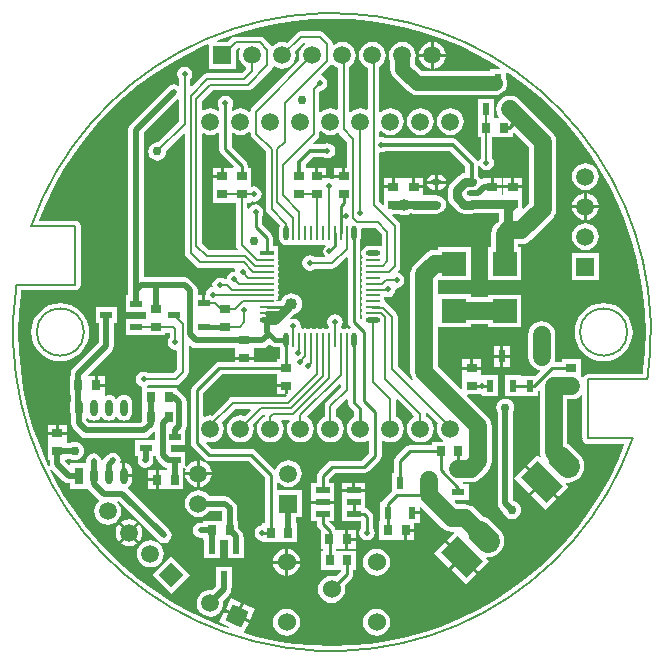
<source format=gtl>
%FSLAX25Y25*%
%MOIN*%
G70*
G01*
G75*
G04 Layer_Physical_Order=1*
G04 Layer_Color=255*
%ADD10R,0.03347X0.02756*%
%ADD11R,0.02362X0.03937*%
%ADD12O,0.04724X0.00984*%
%ADD13R,0.04724X0.01772*%
%ADD14O,0.04724X0.01772*%
%ADD15O,0.00984X0.04724*%
%ADD16O,0.01772X0.04724*%
%ADD17R,0.03937X0.02362*%
%ADD18R,0.02756X0.03347*%
%ADD19R,0.04724X0.01969*%
%ADD20O,0.03543X0.01969*%
%ADD21O,0.03543X0.01969*%
%ADD22R,0.03543X0.01969*%
%ADD23O,0.02500X0.05500*%
%ADD24R,0.02500X0.05500*%
%ADD25R,0.07874X0.07874*%
%ADD26C,0.01200*%
%ADD27C,0.06000*%
%ADD28C,0.01000*%
%ADD29C,0.02000*%
%ADD30C,0.00800*%
%ADD31C,0.01500*%
%ADD32C,0.03000*%
%ADD33C,0.05000*%
%ADD34C,0.00500*%
%ADD35C,0.05906*%
%ADD36P,0.08352X4X180.0*%
%ADD37R,0.05906X0.05906*%
G04:AMPARAMS|DCode=38|XSize=78.74mil|YSize=118.11mil|CornerRadius=0mil|HoleSize=0mil|Usage=FLASHONLY|Rotation=45.000|XOffset=0mil|YOffset=0mil|HoleType=Round|Shape=Rectangle|*
%AMROTATEDRECTD38*
4,1,4,0.01392,-0.06960,-0.06960,0.01392,-0.01392,0.06960,0.06960,-0.01392,0.01392,-0.06960,0.0*
%
%ADD38ROTATEDRECTD38*%

G04:AMPARAMS|DCode=39|XSize=78.74mil|YSize=118.11mil|CornerRadius=0mil|HoleSize=0mil|Usage=FLASHONLY|Rotation=45.000|XOffset=0mil|YOffset=0mil|HoleType=Round|Shape=Round|*
%AMOVALD39*
21,1,0.03937,0.07874,0.00000,0.00000,135.0*
1,1,0.07874,0.01392,-0.01392*
1,1,0.07874,-0.01392,0.01392*
%
%ADD39OVALD39*%

%ADD40C,0.06000*%
%ADD41P,0.08352X4X200.0*%
%ADD42R,0.05906X0.05906*%
%ADD43C,0.03000*%
%ADD44C,0.02000*%
%ADD45C,0.04000*%
%ADD46C,0.05000*%
G36*
X65661Y61594D02*
Y42880D01*
X63935Y41154D01*
X63473Y41345D01*
Y45274D01*
X63473Y45274D01*
D01*
D01*
X63473Y45478D01*
Y45494D01*
Y45553D01*
X63473Y45628D01*
X63473Y45832D01*
X63473Y45832D01*
X63473D01*
Y48006D01*
X57127D01*
Y45979D01*
X57127Y45979D01*
X57127D01*
X57127Y45628D01*
X57125Y45626D01*
X56573D01*
Y47900D01*
X53399D01*
Y48399D01*
X52900D01*
Y51278D01*
X50227D01*
Y50990D01*
X49729Y50941D01*
X49727Y50950D01*
X49178Y51771D01*
X48827Y52006D01*
X48741Y52118D01*
Y55268D01*
X49220Y55413D01*
X49698Y54698D01*
X50524Y54145D01*
X51500Y53951D01*
X52476Y54145D01*
X53302Y54698D01*
X53855Y55524D01*
X54049Y56500D01*
X53855Y57476D01*
X53437Y58101D01*
Y64927D01*
X54372D01*
Y64927D01*
X54522D01*
X54726Y64927D01*
X54726Y64927D01*
Y64927D01*
X60278D01*
Y66295D01*
X60687Y66568D01*
X65661Y61594D01*
D02*
G37*
G36*
X-37539Y66194D02*
Y60900D01*
X-37539Y60900D01*
X-37539D01*
X-37384Y60120D01*
X-36942Y59458D01*
X-32729Y55245D01*
X-32921Y54783D01*
X-33039D01*
X-33039Y54783D01*
Y54783D01*
X-33273Y54783D01*
X-33273D01*
X-33392Y54815D01*
X-33627Y54815D01*
X-33627Y54815D01*
Y54815D01*
X-36065D01*
Y51936D01*
X-36564D01*
Y51437D01*
X-39739D01*
Y49263D01*
X-39739Y49263D01*
X-39739D01*
X-39739Y49059D01*
Y48909D01*
D01*
D01*
X-39739D01*
Y43154D01*
X-33392D01*
Y43154D01*
X-33305D01*
X-33273Y43122D01*
Y43122D01*
X-32037D01*
Y42700D01*
Y29091D01*
X-31890Y28350D01*
X-31470Y27721D01*
X-31448Y27699D01*
X-31639Y27237D01*
X-40998D01*
X-43363Y29602D01*
Y66119D01*
X-42914Y66340D01*
X-42746Y66211D01*
X-41662Y65762D01*
X-40500Y65609D01*
X-39338Y65762D01*
X-38254Y66211D01*
X-37988Y66415D01*
X-37539Y66194D01*
D02*
G37*
G36*
X-27137Y66502D02*
Y66100D01*
X-27137Y66100D01*
X-27137D01*
X-26990Y65359D01*
X-26570Y64730D01*
X-22037Y60198D01*
Y41000D01*
X-22037Y41000D01*
X-22037D01*
X-21890Y40259D01*
X-21470Y39630D01*
X-17313Y35473D01*
X-17451Y35266D01*
X-17636Y34335D01*
Y31382D01*
X-17451Y30451D01*
X-16924Y29662D01*
X-16135Y29135D01*
X-15204Y28949D01*
X-14273Y29135D01*
X-13963Y29342D01*
X-13619Y29112D01*
X-12842Y28957D01*
X-12064Y29112D01*
X-11857Y29250D01*
X-11650Y29112D01*
X-10873Y28957D01*
X-10096Y29112D01*
X-9889Y29250D01*
X-9682Y29112D01*
X-8905Y28957D01*
X-8127Y29112D01*
X-7920Y29250D01*
X-7713Y29112D01*
X-6936Y28957D01*
X-6159Y29112D01*
X-5952Y29250D01*
X-5745Y29112D01*
X-4968Y28957D01*
X-4190Y29112D01*
X-3983Y29250D01*
X-3777Y29112D01*
X-2999Y28957D01*
X-2255Y29105D01*
X-2020Y28664D01*
X-2342Y28342D01*
X-2784Y27680D01*
X-2939Y26900D01*
X-2784Y26120D01*
X-2342Y25458D01*
X-2279Y25416D01*
X-2424Y24937D01*
X-5799D01*
X-6425Y25355D01*
X-7400Y25549D01*
X-8375Y25355D01*
X-9202Y24802D01*
X-9755Y23976D01*
X-9949Y23000D01*
X-9755Y22025D01*
X-9202Y21198D01*
X-8375Y20645D01*
X-7400Y20451D01*
X-6425Y20645D01*
X-5799Y21063D01*
X100D01*
X841Y21210D01*
X1470Y21630D01*
X4736Y24896D01*
X5198Y24705D01*
Y3463D01*
X5198Y3463D01*
X5198D01*
X5353Y2683D01*
X5795Y2021D01*
X6244Y1572D01*
X6218Y1309D01*
X5766Y1096D01*
X5652Y1172D01*
X4875Y1326D01*
X4098Y1172D01*
X3891Y1034D01*
X3684Y1172D01*
X2937Y1320D01*
Y1799D01*
X3355Y2424D01*
X3549Y3400D01*
X3355Y4375D01*
X2802Y5202D01*
X1976Y5755D01*
X1000Y5949D01*
X25Y5755D01*
X-802Y5202D01*
X-1355Y4375D01*
X-1549Y3400D01*
X-1355Y2424D01*
X-937Y1799D01*
Y1403D01*
X-1031Y1326D01*
X-1808Y1172D01*
X-2015Y1034D01*
X-2222Y1172D01*
X-2999Y1326D01*
X-3777Y1172D01*
X-3983Y1034D01*
X-4190Y1172D01*
X-4968Y1326D01*
X-5745Y1172D01*
X-5952Y1034D01*
X-6159Y1172D01*
X-6936Y1326D01*
X-7713Y1172D01*
X-7920Y1034D01*
X-8127Y1172D01*
X-8905Y1326D01*
X-9682Y1172D01*
X-9889Y1034D01*
X-10096Y1172D01*
X-10134Y1179D01*
X-10412Y1595D01*
X-10351Y1900D01*
X-10545Y2875D01*
X-11098Y3702D01*
X-11925Y4255D01*
X-12900Y4449D01*
X-13643Y4301D01*
X-13879Y4742D01*
X-12637Y5983D01*
X-12586Y5990D01*
X-11735Y6343D01*
X-11004Y6904D01*
X-10443Y7635D01*
X-10090Y8486D01*
X-9970Y9400D01*
X-10090Y10314D01*
X-10443Y11165D01*
X-11004Y11896D01*
X-11735Y12457D01*
X-12586Y12810D01*
X-13500Y12930D01*
X-14414Y12810D01*
X-15265Y12457D01*
X-15996Y11896D01*
X-16557Y11165D01*
X-16910Y10314D01*
X-16916Y10268D01*
X-17808D01*
X-17808Y10268D01*
X-19276D01*
X-19052Y10312D01*
X-18442Y10721D01*
X-17898D01*
X-17953Y10998D01*
X-18092Y11205D01*
X-17953Y11412D01*
X-17799Y12189D01*
X-17953Y12966D01*
X-18092Y13173D01*
X-17953Y13380D01*
X-17799Y14157D01*
X-17953Y14935D01*
X-18092Y15142D01*
X-17953Y15349D01*
X-17799Y16126D01*
X-17953Y16903D01*
X-18092Y17110D01*
X-17953Y17317D01*
X-17799Y18094D01*
X-17953Y18872D01*
X-18092Y19079D01*
X-17953Y19286D01*
X-17799Y20063D01*
X-17953Y20840D01*
X-18092Y21047D01*
X-17953Y21254D01*
X-17799Y22031D01*
X-17953Y22809D01*
X-18092Y23016D01*
X-17953Y23223D01*
X-17799Y24000D01*
X-17838Y24196D01*
Y28748D01*
X-19661D01*
Y31400D01*
X-19816Y32180D01*
X-20258Y32842D01*
X-23361Y35945D01*
Y38552D01*
X-23045Y39024D01*
X-22851Y40000D01*
X-23045Y40975D01*
X-23598Y41802D01*
X-24424Y42355D01*
X-25400Y42549D01*
X-26375Y42355D01*
X-27202Y41802D01*
X-27684Y41081D01*
X-28163Y41226D01*
Y43122D01*
X-26927D01*
Y43241D01*
X-26540Y43558D01*
X-26000Y43451D01*
X-25025Y43645D01*
X-24198Y44198D01*
X-23645Y45024D01*
X-23451Y46000D01*
X-23645Y46975D01*
X-24198Y47802D01*
X-25025Y48355D01*
X-26000Y48549D01*
X-26540Y48441D01*
X-26927Y48759D01*
Y48878D01*
D01*
Y48878D01*
X-26927Y48878D01*
Y49028D01*
X-26927D01*
Y54783D01*
X-28061D01*
Y55500D01*
X-28061Y55500D01*
X-28061Y55500D01*
Y55500D01*
X-28061D01*
X-28061Y55500D01*
X-28216Y56280D01*
X-28658Y56942D01*
X-33461Y61745D01*
Y66194D01*
X-33012Y66415D01*
X-32746Y66211D01*
X-31662Y65762D01*
X-30500Y65609D01*
X-29338Y65762D01*
X-28254Y66211D01*
X-27586Y66724D01*
X-27137Y66502D01*
D02*
G37*
G36*
X16563Y32698D02*
Y28835D01*
X16140Y28610D01*
X15210Y28795D01*
X12257D01*
X11326Y28610D01*
X10537Y28082D01*
X10009Y27293D01*
X9824Y26362D01*
X10009Y25431D01*
X10216Y25121D01*
X9986Y24777D01*
X9832Y24000D01*
X9986Y23223D01*
X10125Y23016D01*
X9986Y22809D01*
X9832Y22031D01*
X9986Y21254D01*
X10125Y21047D01*
X9986Y20840D01*
X9832Y20063D01*
X9986Y19286D01*
X10125Y19079D01*
X9986Y18872D01*
X9832Y18094D01*
X9986Y17317D01*
X10125Y17110D01*
X9986Y16903D01*
X9832Y16126D01*
X9986Y15349D01*
X10125Y15142D01*
X9986Y14935D01*
X9832Y14157D01*
X9986Y13380D01*
X10125Y13173D01*
X9986Y12966D01*
X9832Y12189D01*
X9986Y11412D01*
X10125Y11205D01*
X9986Y10998D01*
X9832Y10221D01*
X9986Y9443D01*
X10125Y9236D01*
X9986Y9029D01*
X9832Y8252D01*
X9986Y7475D01*
X10125Y7268D01*
X9986Y7061D01*
X9832Y6283D01*
X9986Y5506D01*
X10216Y5162D01*
X10009Y4852D01*
X9901Y4307D01*
X9678Y4239D01*
X9276Y4537D01*
Y30139D01*
X9484Y30451D01*
X9669Y31382D01*
Y34335D01*
X9661Y34376D01*
X9979Y34763D01*
X14498D01*
X16563Y32698D01*
D02*
G37*
G36*
X-51037Y77505D02*
Y70102D01*
X-57947Y63193D01*
X-58200Y63226D01*
X-58983Y63123D01*
X-59713Y62821D01*
X-60340Y62340D01*
X-60821Y61713D01*
X-61123Y60983D01*
X-61226Y60200D01*
X-61123Y59417D01*
X-60821Y58687D01*
X-60340Y58060D01*
X-59713Y57579D01*
X-58983Y57277D01*
X-58200Y57174D01*
X-57417Y57277D01*
X-56687Y57579D01*
X-56060Y58060D01*
X-55580Y58687D01*
X-55277Y59417D01*
X-55174Y60200D01*
X-55207Y60453D01*
X-49499Y66161D01*
X-49037Y65970D01*
Y26400D01*
X-49037Y26400D01*
X-49037D01*
X-48890Y25659D01*
X-48470Y25030D01*
X-45292Y21852D01*
X-44663Y21432D01*
X-43922Y21284D01*
X-32488D01*
X-32170Y20898D01*
X-32292Y20288D01*
X-32500Y20149D01*
X-32500Y20149D01*
Y20149D01*
X-33476Y19955D01*
X-34302Y19402D01*
X-34855Y18575D01*
X-35049Y17600D01*
X-35100Y17537D01*
X-35699D01*
X-36325Y17955D01*
X-37300Y18149D01*
X-38276Y17955D01*
X-39102Y17402D01*
X-39655Y16576D01*
X-39849Y15600D01*
X-39803Y15369D01*
X-40081Y14953D01*
X-40576Y14855D01*
X-41402Y14302D01*
X-41955Y13476D01*
X-42149Y12500D01*
X-42321Y12290D01*
X-42232D01*
Y9608D01*
X-43231D01*
Y12290D01*
X-44751D01*
Y14000D01*
X-44945Y14976D01*
X-45498Y15802D01*
X-47198Y17502D01*
X-48024Y18055D01*
X-49000Y18249D01*
X-62783D01*
Y66413D01*
X-51499Y77696D01*
X-51037Y77505D01*
D02*
G37*
G36*
X-3676Y66924D02*
X-2746Y66211D01*
X-1662Y65762D01*
X-500Y65609D01*
X662Y65762D01*
X1746Y66211D01*
X1928Y66351D01*
X2422Y66269D01*
X2483Y66177D01*
X5163Y63498D01*
Y54783D01*
X4353D01*
Y51904D01*
X3854D01*
Y51406D01*
X679D01*
Y51164D01*
X238Y50928D01*
X-55Y51124D01*
X-1031Y51318D01*
X-1475Y51230D01*
X-1861Y51547D01*
Y51400D01*
X-5036D01*
Y51899D01*
X-5535D01*
Y54778D01*
X-7761D01*
Y54783D01*
X-8794D01*
Y55879D01*
X-6413Y58259D01*
X-2795D01*
X-2475Y58045D01*
X-1500Y57851D01*
X-525Y58045D01*
X302Y58598D01*
X855Y59425D01*
X1049Y60400D01*
X855Y61375D01*
X302Y62202D01*
X-525Y62755D01*
X-1500Y62949D01*
X-2475Y62755D01*
X-2795Y62541D01*
X-6066D01*
X-6257Y63003D01*
X-4777Y64483D01*
X-4358Y65111D01*
X-4210Y65853D01*
Y66843D01*
X-3737Y67004D01*
X-3676Y66924D01*
D02*
G37*
G36*
X324Y89024D02*
X1254Y88310D01*
X1915Y88037D01*
Y74369D01*
X1500Y74091D01*
X662Y74438D01*
X-500Y74591D01*
X-1662Y74438D01*
X-2746Y73989D01*
X-3676Y73276D01*
X-3737Y73197D01*
X-4210Y73357D01*
Y80150D01*
X-3862Y80498D01*
X-3125Y80645D01*
X-2298Y81198D01*
X-1745Y82025D01*
X-1551Y83000D01*
X-1745Y83975D01*
X-2298Y84802D01*
X-3125Y85355D01*
X-3339Y85398D01*
X-3484Y85876D01*
X-330Y89030D01*
X-266Y89126D01*
X234Y89142D01*
X324Y89024D01*
D02*
G37*
G36*
X-9124Y96236D02*
X-9006Y95889D01*
X-9676Y95376D01*
X-10390Y94446D01*
X-10838Y93362D01*
X-10991Y92200D01*
X-10838Y91038D01*
X-10710Y90729D01*
X-26570Y74870D01*
X-26990Y74241D01*
X-27108Y73645D01*
X-27494Y73500D01*
X-27617D01*
X-28254Y73989D01*
X-29338Y74438D01*
X-30500Y74591D01*
X-31662Y74438D01*
X-32746Y73989D01*
X-33012Y73785D01*
X-33461Y74006D01*
Y74852D01*
X-33145Y75324D01*
X-32951Y76300D01*
X-33145Y77276D01*
X-33698Y78102D01*
X-34525Y78655D01*
X-35500Y78849D01*
X-36476Y78655D01*
X-37302Y78102D01*
X-37855Y77276D01*
X-38049Y76300D01*
X-37855Y75324D01*
X-37539Y74852D01*
Y74006D01*
X-37988Y73785D01*
X-38254Y73989D01*
X-39338Y74438D01*
X-40500Y74591D01*
X-41662Y74438D01*
X-42746Y73989D01*
X-42914Y73860D01*
X-43363Y74081D01*
Y76898D01*
X-39698Y80563D01*
X-28000D01*
X-27259Y80710D01*
X-26630Y81130D01*
X-20130Y87630D01*
X-19710Y88259D01*
X-19670Y88463D01*
X-19666Y88481D01*
X-19198Y88658D01*
X-18746Y88310D01*
X-17662Y87862D01*
X-16500Y87709D01*
X-15338Y87862D01*
X-14254Y88310D01*
X-13324Y89024D01*
X-12610Y89954D01*
X-12162Y91038D01*
X-12009Y92200D01*
X-12162Y93362D01*
X-12290Y93671D01*
X-9611Y96349D01*
X-9124Y96236D01*
D02*
G37*
G36*
X-18373Y-14878D02*
X-18373Y-14878D01*
X-18373Y-15028D01*
X-18373D01*
Y-17405D01*
X-15199D01*
Y-17905D01*
X-14700D01*
Y-20784D01*
X-15276D01*
X-15085Y-21245D01*
X-15502Y-21663D01*
X-33100D01*
X-33841Y-21810D01*
X-34470Y-22230D01*
X-40068Y-27828D01*
X-40500Y-27771D01*
X-41662Y-27924D01*
X-42445Y-28248D01*
X-42861Y-27970D01*
Y-20245D01*
X-36655Y-14039D01*
X-18373D01*
Y-14878D01*
D02*
G37*
G36*
X6292Y104287D02*
X12581Y103715D01*
X18824Y102765D01*
X24999Y101439D01*
X31082Y99743D01*
X37052Y97683D01*
X42887Y95267D01*
X48564Y92502D01*
X54065Y89400D01*
X56090Y88091D01*
X55948Y87611D01*
X52756D01*
Y87082D01*
X29923D01*
X27534Y89471D01*
Y90305D01*
X27838Y91038D01*
X27991Y92200D01*
X27838Y93362D01*
X27389Y94446D01*
X26676Y95376D01*
X25746Y96090D01*
X24662Y96538D01*
X23500Y96691D01*
X22338Y96538D01*
X21254Y96090D01*
X20324Y95376D01*
X19611Y94446D01*
X19162Y93362D01*
X19009Y92200D01*
X19162Y91038D01*
X19466Y90305D01*
Y87800D01*
X19466Y87800D01*
X19603Y86756D01*
X20006Y85783D01*
X20647Y84947D01*
X25399Y80195D01*
X26235Y79554D01*
X27208Y79151D01*
X28252Y79013D01*
X54342D01*
X55386Y79151D01*
X56359Y79554D01*
X57195Y80195D01*
X57563Y80674D01*
X58118D01*
Y81711D01*
X58239Y82003D01*
X58377Y83048D01*
X58239Y84092D01*
X58118Y84385D01*
Y86256D01*
X58557Y86495D01*
X59369Y85971D01*
X64455Y82228D01*
X69307Y78185D01*
X73905Y73856D01*
X78234Y69258D01*
X82277Y64406D01*
X86020Y59320D01*
X89448Y54016D01*
X92551Y48516D01*
X95315Y42838D01*
X97732Y37003D01*
X99792Y31033D01*
X101488Y24950D01*
X102814Y18775D01*
X103764Y12532D01*
X104335Y6243D01*
X104526Y-70D01*
X104335Y-6382D01*
X103764Y-12671D01*
X103557Y-14033D01*
X85294D01*
X84611Y-14169D01*
X84032Y-14556D01*
X83700Y-15053D01*
X83200Y-15070D01*
X82909Y-14691D01*
X82873Y-14663D01*
Y-9116D01*
X76527D01*
Y-9955D01*
X74513D01*
X74235Y-9540D01*
X74321Y-9332D01*
X74476Y-8157D01*
Y-963D01*
X74321Y212D01*
X73868Y1306D01*
X73146Y2246D01*
X72206Y2968D01*
X71112Y3421D01*
X69937Y3576D01*
X68762Y3421D01*
X67668Y2968D01*
X66728Y2246D01*
X66006Y1306D01*
X65553Y212D01*
X65398Y-963D01*
Y-8157D01*
X65553Y-9332D01*
X66006Y-10427D01*
X66728Y-11367D01*
X67668Y-12088D01*
X68762Y-12542D01*
X69273Y-12609D01*
X69434Y-13082D01*
X67985Y-14532D01*
X63319D01*
Y-14532D01*
X63287D01*
X63155Y-14400D01*
Y-14400D01*
X57793D01*
Y-21337D01*
X63155D01*
Y-21337D01*
X63187D01*
X63319Y-21468D01*
Y-21468D01*
X68681D01*
Y-19781D01*
X69097Y-19503D01*
X69335Y-19602D01*
Y-39932D01*
X69490Y-41107D01*
X69632Y-41449D01*
X69216Y-41727D01*
X68508Y-41019D01*
X65017Y-44510D01*
X70253Y-49746D01*
D01*
X70253Y-49746D01*
X70254Y-49747D01*
D01*
X75490Y-54983D01*
X78981Y-51492D01*
X78075Y-50586D01*
X78296Y-50138D01*
X78641Y-50183D01*
X80061Y-49996D01*
X81383Y-49448D01*
X82519Y-48577D01*
X83391Y-47441D01*
X83938Y-46119D01*
X84125Y-44699D01*
X83938Y-43280D01*
X83391Y-41957D01*
X82519Y-40821D01*
X79735Y-38038D01*
X78600Y-37166D01*
X78413Y-37089D01*
Y-22439D01*
X79700D01*
X80875Y-22284D01*
X81969Y-21831D01*
X82909Y-21109D01*
X83036Y-20944D01*
X83510Y-21105D01*
Y-35418D01*
X83518Y-35460D01*
X83510Y-35503D01*
X83646Y-36186D01*
X84032Y-36764D01*
X84611Y-37151D01*
X85294Y-37287D01*
X97222D01*
X97500Y-37703D01*
X95315Y-42977D01*
X92551Y-48655D01*
X89448Y-54156D01*
X86020Y-59459D01*
X82277Y-64546D01*
X78234Y-69397D01*
X73905Y-73996D01*
X69307Y-78324D01*
X64455Y-82367D01*
X59369Y-86110D01*
X54065Y-89539D01*
X48564Y-92641D01*
X42887Y-95406D01*
X37052Y-97823D01*
X31082Y-99883D01*
X24999Y-101579D01*
X18824Y-102904D01*
X12581Y-103854D01*
X6292Y-104426D01*
X-21Y-104617D01*
X-6333Y-104426D01*
X-12623Y-103854D01*
X-18866Y-102904D01*
X-25041Y-101579D01*
X-29005Y-100473D01*
X-29214Y-100019D01*
X-27776Y-96935D01*
X-31810Y-95054D01*
D01*
X-35847Y-93171D01*
X-37517Y-96754D01*
X-34263Y-98272D01*
X-34450Y-98735D01*
X-37094Y-97823D01*
X-42928Y-95406D01*
X-48606Y-92641D01*
X-54107Y-89539D01*
X-59410Y-86110D01*
X-64497Y-82367D01*
X-69348Y-78324D01*
X-73947Y-73996D01*
X-78275Y-69397D01*
X-82318Y-64546D01*
X-86061Y-59459D01*
X-89490Y-54156D01*
X-92593Y-48655D01*
X-93819Y-46135D01*
X-93402Y-45856D01*
X-89556Y-49702D01*
X-89556D01*
X-89556Y-49702D01*
X-89556Y-49702D01*
Y-49702D01*
X-88729Y-50255D01*
X-87754Y-50449D01*
X-87150D01*
Y-52150D01*
X-81650D01*
Y-52150D01*
X-81371Y-52150D01*
X-81202Y-52402D01*
X-77902Y-55702D01*
X-77619Y-55892D01*
X-77603Y-56391D01*
X-77889Y-56611D01*
X-78603Y-57541D01*
X-79051Y-58624D01*
X-79204Y-59787D01*
X-79051Y-60949D01*
X-78603Y-62032D01*
X-77889Y-62963D01*
X-76959Y-63676D01*
X-75876Y-64125D01*
X-74713Y-64278D01*
X-73551Y-64125D01*
X-72468Y-63676D01*
X-71538Y-62963D01*
X-70824Y-62032D01*
X-70375Y-60949D01*
X-70222Y-59787D01*
X-70375Y-58624D01*
X-70824Y-57541D01*
X-71538Y-56611D01*
X-71482Y-56449D01*
X-70956D01*
X-57802Y-69602D01*
X-56976Y-70155D01*
X-56000Y-70349D01*
X-55024Y-70155D01*
X-54198Y-69602D01*
X-53645Y-68775D01*
X-53451Y-67800D01*
X-53645Y-66825D01*
X-54198Y-65998D01*
X-68098Y-52098D01*
X-68071Y-51826D01*
X-68013Y-51802D01*
X-67439Y-51361D01*
X-66998Y-50787D01*
X-66721Y-50118D01*
X-66626Y-49400D01*
Y-48400D01*
X-69401D01*
Y-47901D01*
X-69900D01*
Y-43692D01*
X-70118Y-43721D01*
X-70195Y-43753D01*
X-70582Y-43436D01*
X-70456Y-42805D01*
X-70651Y-41830D01*
X-71203Y-41003D01*
X-72030Y-40451D01*
X-73005Y-40257D01*
X-73981Y-40451D01*
X-74808Y-41003D01*
X-76202Y-42398D01*
X-76432Y-42741D01*
X-76922Y-42643D01*
X-77045Y-42024D01*
X-77598Y-41198D01*
X-78425Y-40645D01*
X-79400Y-40451D01*
X-80375Y-40645D01*
X-81202Y-41198D01*
X-81755Y-42024D01*
X-81949Y-43000D01*
Y-43650D01*
X-87150D01*
Y-44246D01*
X-87612Y-44437D01*
X-89051Y-42998D01*
Y-42483D01*
X-88427D01*
Y-42154D01*
X-87312D01*
X-87218Y-42226D01*
X-86489Y-42528D01*
X-85706Y-42631D01*
X-84922Y-42528D01*
X-84193Y-42226D01*
X-83566Y-41745D01*
X-83085Y-41118D01*
X-82783Y-40389D01*
X-82680Y-39606D01*
X-82783Y-38822D01*
X-83085Y-38093D01*
X-83566Y-37466D01*
X-84193Y-36985D01*
X-84922Y-36683D01*
X-85706Y-36580D01*
X-86489Y-36683D01*
X-87218Y-36985D01*
X-87312Y-37056D01*
X-88427D01*
Y-36931D01*
Y-36931D01*
D01*
D01*
X-88427Y-36728D01*
Y-36712D01*
Y-36653D01*
X-88427Y-36578D01*
X-88427Y-36374D01*
X-88427Y-36374D01*
X-88427D01*
Y-34200D01*
X-94773D01*
Y-36374D01*
X-94773Y-36374D01*
X-94773D01*
X-94773Y-36578D01*
Y-36728D01*
D01*
D01*
D01*
X-94773D01*
D01*
Y-42483D01*
X-94149D01*
Y-44054D01*
X-94058Y-44513D01*
X-94532Y-44673D01*
X-95357Y-42977D01*
X-97774Y-37143D01*
X-99834Y-31173D01*
X-101530Y-25089D01*
X-102855Y-18915D01*
X-103805Y-12671D01*
X-104377Y-6382D01*
X-104568Y-70D01*
X-104377Y6243D01*
X-103805Y12532D01*
X-103598Y13894D01*
X-85536D01*
X-84853Y14030D01*
X-84274Y14417D01*
X-83887Y14996D01*
X-83751Y15678D01*
Y35278D01*
X-83887Y35961D01*
X-84274Y36540D01*
X-84853Y36927D01*
X-85536Y37063D01*
X-97299D01*
X-97577Y37478D01*
X-95357Y42838D01*
X-92593Y48516D01*
X-89490Y54016D01*
X-86061Y59320D01*
X-82318Y64406D01*
X-78275Y69258D01*
X-73947Y73856D01*
X-69348Y78185D01*
X-64497Y82228D01*
X-59410Y85971D01*
X-54107Y89400D01*
X-48606Y92502D01*
X-42928Y95267D01*
X-41368Y95913D01*
X-40953Y95635D01*
Y87747D01*
X-32047D01*
Y93913D01*
X-31345Y94616D01*
X-30769D01*
X-30491Y94200D01*
X-30838Y93362D01*
X-30991Y92200D01*
X-30838Y91038D01*
X-30389Y89954D01*
X-29676Y89024D01*
X-28746Y88310D01*
X-28584Y88244D01*
X-28486Y87753D01*
X-30002Y86237D01*
X-41600D01*
X-42341Y86090D01*
X-42970Y85670D01*
X-46701Y81939D01*
X-47163Y82130D01*
Y84299D01*
X-46745Y84925D01*
X-46551Y85900D01*
X-46745Y86875D01*
X-47298Y87702D01*
X-48125Y88255D01*
X-49100Y88449D01*
X-50076Y88255D01*
X-50902Y87702D01*
X-51455Y86875D01*
X-51649Y85900D01*
X-51455Y84925D01*
X-51037Y84299D01*
Y82359D01*
X-51478Y82124D01*
X-51824Y82355D01*
X-52800Y82549D01*
X-53776Y82355D01*
X-54602Y81802D01*
X-67134Y69271D01*
X-67686Y68444D01*
X-67880Y67469D01*
Y14168D01*
Y12190D01*
X-68800D01*
Y6828D01*
X-61905D01*
Y4757D01*
X-61905Y4757D01*
X-61905Y4607D01*
D01*
X-61905Y4316D01*
X-68800D01*
Y-1046D01*
X-61905D01*
Y-1149D01*
X-55558D01*
Y-208D01*
X-54137D01*
Y-1799D01*
X-54555Y-2424D01*
X-54749Y-3400D01*
X-54555Y-4375D01*
X-54002Y-5202D01*
X-53175Y-5755D01*
X-52200Y-5949D01*
X-52024Y-5914D01*
X-51637Y-6231D01*
Y-12498D01*
X-52902Y-13763D01*
X-61199D01*
X-61825Y-13345D01*
X-62800Y-13151D01*
X-63775Y-13345D01*
X-64602Y-13898D01*
X-65155Y-14725D01*
X-65349Y-15700D01*
X-65155Y-16676D01*
X-64602Y-17502D01*
X-63775Y-18055D01*
X-63178Y-18174D01*
Y-18527D01*
Y-18527D01*
X-63178Y-20149D01*
X-63178Y-20149D01*
X-63178D01*
Y-24873D01*
X-63178Y-24873D01*
X-63178Y-25127D01*
X-63178D01*
Y-29773D01*
X-63656Y-30251D01*
X-80844D01*
X-81851Y-29244D01*
Y-28863D01*
X-81378Y-28702D01*
X-81361Y-28723D01*
X-80787Y-29164D01*
X-80118Y-29441D01*
X-79400Y-29536D01*
X-78682Y-29441D01*
X-78013Y-29164D01*
X-77439Y-28723D01*
X-77150Y-28347D01*
X-76650D01*
X-76361Y-28723D01*
X-75787Y-29164D01*
X-75118Y-29441D01*
X-74400Y-29536D01*
X-73682Y-29441D01*
X-73013Y-29164D01*
X-72439Y-28723D01*
X-72150Y-28347D01*
X-71650D01*
X-71361Y-28723D01*
X-70787Y-29164D01*
X-70118Y-29441D01*
X-69400Y-29536D01*
X-68682Y-29441D01*
X-68013Y-29164D01*
X-67439Y-28723D01*
X-66998Y-28149D01*
X-66721Y-27480D01*
X-66626Y-26762D01*
Y-23762D01*
X-66721Y-23044D01*
X-66998Y-22375D01*
X-67439Y-21801D01*
X-68013Y-21360D01*
X-68682Y-21083D01*
X-69400Y-20989D01*
X-70118Y-21083D01*
X-70787Y-21360D01*
X-71361Y-21801D01*
X-71650Y-22177D01*
X-72150D01*
X-72439Y-21801D01*
X-73013Y-21360D01*
X-73682Y-21083D01*
X-74400Y-20989D01*
X-75118Y-21083D01*
X-75301Y-21159D01*
X-75717Y-20881D01*
Y-18300D01*
X-78596D01*
Y-17801D01*
X-79094D01*
Y-14627D01*
X-80969D01*
X-81160Y-14165D01*
X-73372Y-6376D01*
X-72819Y-5550D01*
X-72625Y-4574D01*
X-72625Y-4574D01*
X-72625Y-4574D01*
Y-4574D01*
Y2891D01*
X-71706D01*
Y8253D01*
X-78642D01*
Y2891D01*
X-77723D01*
Y-3518D01*
X-86302Y-12098D01*
X-86855Y-12924D01*
X-87049Y-13900D01*
Y-14627D01*
X-87378D01*
Y-20973D01*
X-87049D01*
Y-22971D01*
X-87079Y-23044D01*
X-87174Y-23762D01*
Y-26762D01*
X-87079Y-27480D01*
X-86949Y-27795D01*
Y-30300D01*
X-86755Y-31275D01*
X-86202Y-32102D01*
X-83702Y-34602D01*
X-82876Y-35155D01*
X-81900Y-35349D01*
X-62600D01*
X-61624Y-35155D01*
X-60798Y-34602D01*
X-59279Y-33084D01*
X-58817Y-33276D01*
Y-36082D01*
X-65611D01*
Y-41444D01*
X-64692D01*
Y-42411D01*
X-64749Y-42700D01*
X-64555Y-43676D01*
X-64002Y-44502D01*
X-63175Y-45055D01*
X-62200Y-45249D01*
X-61225Y-45055D01*
X-60398Y-44502D01*
X-60375Y-44468D01*
X-60340Y-44445D01*
X-59788Y-43618D01*
X-59593Y-42643D01*
Y-41444D01*
X-58755D01*
X-58623Y-42107D01*
X-58071Y-42934D01*
X-56502Y-44502D01*
X-55769Y-44993D01*
Y-45381D01*
X-54849D01*
Y-45673D01*
X-55203Y-46027D01*
X-55278D01*
X-55353D01*
X-55428D01*
X-55632Y-46027D01*
X-55632Y-46027D01*
Y-46027D01*
X-57806D01*
Y-49201D01*
Y-52373D01*
X-55428D01*
Y-52373D01*
X-55278D01*
X-55074Y-52373D01*
X-55074Y-52373D01*
Y-52373D01*
X-49522D01*
Y-46027D01*
X-49751D01*
Y-45381D01*
X-49016D01*
X-48738Y-45797D01*
X-48838Y-46038D01*
X-48925Y-46700D01*
X-45000D01*
Y-42775D01*
X-45662Y-42862D01*
X-46746Y-43310D01*
X-47676Y-44024D01*
X-48358Y-44914D01*
X-48831Y-44753D01*
Y-40019D01*
X-53720D01*
Y-37507D01*
X-48831D01*
Y-32604D01*
X-48545Y-32175D01*
X-48351Y-31200D01*
Y-23400D01*
X-48545Y-22424D01*
X-49098Y-21598D01*
X-50798Y-19898D01*
X-51516Y-19417D01*
Y-18527D01*
X-57272D01*
D01*
D01*
X-57272Y-18527D01*
X-57422D01*
Y-18527D01*
X-61669D01*
X-61815Y-18048D01*
X-61199Y-17637D01*
X-52100D01*
X-51359Y-17490D01*
X-50730Y-17070D01*
X-48330Y-14670D01*
X-47910Y-14041D01*
X-47763Y-13300D01*
Y-4495D01*
X-47301Y-4304D01*
X-47002Y-4602D01*
X-47002Y-4602D01*
X-47002Y-4602D01*
Y-4602D01*
X-47002Y-4602D01*
Y-4602D01*
X-46176Y-5155D01*
X-45200Y-5349D01*
X-32473D01*
X-32473Y-5678D01*
X-32473D01*
X-32473Y-5828D01*
X-32473D01*
Y-8206D01*
X-26127D01*
Y-5828D01*
D01*
Y-5828D01*
X-26127Y-5828D01*
Y-5678D01*
D01*
X-26127Y-5349D01*
X-23300D01*
X-22324Y-5155D01*
X-21498Y-4602D01*
X-20920Y-4025D01*
X-20747Y-4197D01*
X-20003Y-4694D01*
X-19125Y-4869D01*
X-17474D01*
X-17451Y-4982D01*
X-17243Y-5294D01*
Y-9122D01*
X-18373D01*
Y-9961D01*
X-26127D01*
Y-9206D01*
X-32473D01*
Y-9961D01*
X-37500D01*
X-38280Y-10116D01*
X-38942Y-10558D01*
X-46342Y-17958D01*
X-46784Y-18620D01*
X-46939Y-19400D01*
Y-28023D01*
X-46974Y-28200D01*
X-46992Y-28288D01*
Y-36947D01*
X-46992Y-36947D01*
X-46992D01*
X-46837Y-37728D01*
X-46395Y-38389D01*
X-42342Y-42442D01*
X-41680Y-42884D01*
X-40900Y-43039D01*
X-40900Y-43039D01*
X-27745D01*
X-22445Y-48339D01*
Y-63727D01*
X-23283D01*
Y-64406D01*
X-24227Y-64593D01*
X-25054Y-65146D01*
X-25607Y-65973D01*
X-25801Y-66948D01*
X-25607Y-67924D01*
X-25054Y-68751D01*
X-24227Y-69303D01*
X-23283Y-69491D01*
Y-70073D01*
X-17528D01*
Y-70073D01*
X-17528D01*
X-17528Y-70073D01*
X-17378D01*
Y-70073D01*
X-11622D01*
Y-63727D01*
X-11951D01*
Y-61653D01*
X-10047D01*
Y-52747D01*
X-18366D01*
Y-50253D01*
X-17893Y-50093D01*
X-17676Y-50376D01*
X-16746Y-51090D01*
X-15662Y-51538D01*
X-14500Y-51691D01*
X-13338Y-51538D01*
X-12254Y-51090D01*
X-11324Y-50376D01*
X-10610Y-49446D01*
X-10162Y-48362D01*
X-10009Y-47200D01*
X-10162Y-46038D01*
X-10610Y-44954D01*
X-11324Y-44024D01*
X-12254Y-43310D01*
X-13338Y-42862D01*
X-14500Y-42709D01*
X-15662Y-42862D01*
X-16746Y-43310D01*
X-17676Y-44024D01*
X-18390Y-44954D01*
X-18707Y-45721D01*
X-19197Y-45819D01*
X-25458Y-39558D01*
X-26120Y-39116D01*
X-26900Y-38961D01*
X-40055D01*
X-42042Y-36974D01*
X-41765Y-36558D01*
X-41662Y-36600D01*
X-40500Y-36753D01*
X-39338Y-36600D01*
X-38254Y-36152D01*
X-37324Y-35438D01*
X-36611Y-34508D01*
X-36162Y-33425D01*
X-36009Y-32262D01*
X-36162Y-31100D01*
X-36611Y-30017D01*
X-36683Y-29922D01*
X-32298Y-25537D01*
X-27168D01*
X-26977Y-25999D01*
X-29029Y-28052D01*
X-29338Y-27924D01*
X-30500Y-27771D01*
X-31662Y-27924D01*
X-32746Y-28373D01*
X-33676Y-29087D01*
X-34389Y-30017D01*
X-34838Y-31100D01*
X-34991Y-32262D01*
X-34838Y-33425D01*
X-34389Y-34508D01*
X-33676Y-35438D01*
X-32746Y-36152D01*
X-31662Y-36600D01*
X-30500Y-36753D01*
X-29338Y-36600D01*
X-28254Y-36152D01*
X-27324Y-35438D01*
X-26611Y-34508D01*
X-26162Y-33425D01*
X-26009Y-32262D01*
X-26162Y-31100D01*
X-26290Y-30791D01*
X-23002Y-27504D01*
X-22503Y-27529D01*
X-22343Y-27724D01*
X-22437Y-28200D01*
Y-28245D01*
X-22746Y-28373D01*
X-23676Y-29087D01*
X-24389Y-30017D01*
X-24838Y-31100D01*
X-24991Y-32262D01*
X-24838Y-33425D01*
X-24389Y-34508D01*
X-23676Y-35438D01*
X-22746Y-36152D01*
X-21662Y-36600D01*
X-20500Y-36753D01*
X-19338Y-36600D01*
X-18254Y-36152D01*
X-17324Y-35438D01*
X-16611Y-34508D01*
X-16162Y-33425D01*
X-16009Y-32262D01*
X-16162Y-31100D01*
X-16611Y-30017D01*
X-16864Y-29686D01*
X-16643Y-29237D01*
X-14357D01*
X-14135Y-29686D01*
X-14390Y-30017D01*
X-14838Y-31100D01*
X-14991Y-32262D01*
X-14838Y-33425D01*
X-14390Y-34508D01*
X-13676Y-35438D01*
X-12746Y-36152D01*
X-11662Y-36600D01*
X-10500Y-36753D01*
X-9338Y-36600D01*
X-8254Y-36152D01*
X-7324Y-35438D01*
X-6611Y-34508D01*
X-6162Y-33425D01*
X-6009Y-32262D01*
X-6162Y-31100D01*
X-6611Y-30017D01*
X-7324Y-29087D01*
X-8254Y-28373D01*
X-8284Y-28224D01*
X2476Y-17464D01*
X2938Y-17655D01*
Y-18623D01*
X-1870Y-23430D01*
X-2290Y-24059D01*
X-2437Y-24800D01*
Y-28245D01*
X-2746Y-28373D01*
X-3676Y-29087D01*
X-4389Y-30017D01*
X-4838Y-31100D01*
X-4991Y-32262D01*
X-4838Y-33425D01*
X-4389Y-34508D01*
X-3676Y-35438D01*
X-2746Y-36152D01*
X-1662Y-36600D01*
X-500Y-36753D01*
X662Y-36600D01*
X1746Y-36152D01*
X2676Y-35438D01*
X3390Y-34508D01*
X3838Y-33425D01*
X3991Y-32262D01*
X3838Y-31100D01*
X3390Y-30017D01*
X2676Y-29087D01*
X1746Y-28373D01*
X1437Y-28245D01*
Y-25602D01*
X4736Y-22304D01*
X5198Y-22495D01*
Y-23237D01*
X5353Y-24017D01*
X5795Y-24679D01*
X7461Y-26345D01*
Y-28287D01*
X7254Y-28373D01*
X6324Y-29087D01*
X5610Y-30017D01*
X5162Y-31100D01*
X5009Y-32262D01*
X5162Y-33425D01*
X5610Y-34508D01*
X6324Y-35438D01*
X7254Y-36152D01*
X8338Y-36600D01*
X9500Y-36753D01*
X10662Y-36600D01*
X11746Y-36152D01*
X12012Y-35947D01*
X12461Y-36168D01*
Y-40355D01*
X9955Y-42861D01*
X100D01*
X-680Y-43016D01*
X-1342Y-43458D01*
X-4460Y-46576D01*
X-4902Y-47238D01*
X-5057Y-48018D01*
Y-50279D01*
X-6880D01*
Y-55247D01*
Y-56200D01*
X844D01*
Y-55247D01*
Y-50279D01*
X-979D01*
Y-48863D01*
X945Y-46939D01*
X10800D01*
X11580Y-46784D01*
X12242Y-46342D01*
X15942Y-42642D01*
X16384Y-41980D01*
X16539Y-41200D01*
Y-36168D01*
X16988Y-35947D01*
X17254Y-36152D01*
X18338Y-36600D01*
X19500Y-36753D01*
X20662Y-36600D01*
X21746Y-36152D01*
X22676Y-35438D01*
X23389Y-34508D01*
X23838Y-33425D01*
X23991Y-32262D01*
X23838Y-31100D01*
X23389Y-30017D01*
X22676Y-29087D01*
X21746Y-28373D01*
X21437Y-28245D01*
Y-22630D01*
X21899Y-22439D01*
X26845Y-27385D01*
X27254Y-28373D01*
X26324Y-29087D01*
X25611Y-30017D01*
X25162Y-31100D01*
X25009Y-32262D01*
X25162Y-33425D01*
X25611Y-34508D01*
X26324Y-35438D01*
X27254Y-36152D01*
X28338Y-36600D01*
X29500Y-36753D01*
X30662Y-36600D01*
X31746Y-36152D01*
X32676Y-35438D01*
X33389Y-34508D01*
X33838Y-33425D01*
X33991Y-32262D01*
X33838Y-31100D01*
X33389Y-30017D01*
X32676Y-29087D01*
X31746Y-28373D01*
X31437Y-28245D01*
Y-27300D01*
X31401Y-27117D01*
X31842Y-26881D01*
X35425Y-30465D01*
X35162Y-31100D01*
X35009Y-32262D01*
X35162Y-33425D01*
X35610Y-34508D01*
X36324Y-35438D01*
X37126Y-36053D01*
X36966Y-36527D01*
X33316D01*
Y-37661D01*
X25900D01*
X25120Y-37816D01*
X24855Y-37993D01*
X24458Y-38258D01*
X24458Y-38258D01*
X21195Y-41521D01*
X20753Y-42183D01*
X20598Y-42963D01*
Y-46889D01*
X19956D01*
Y-53060D01*
X17258Y-55758D01*
X16816Y-56420D01*
X16754Y-56731D01*
X16019D01*
Y-62927D01*
X15822D01*
Y-69273D01*
X21578D01*
Y-69273D01*
X21578D01*
X21578Y-69273D01*
X21728D01*
Y-69273D01*
X24105D01*
Y-66099D01*
X24604D01*
Y-65600D01*
X27483D01*
Y-63669D01*
X29255D01*
Y-60700D01*
X26573D01*
Y-59700D01*
X29255D01*
Y-58427D01*
X29717Y-58236D01*
X36691Y-65209D01*
X36691Y-65209D01*
X37412Y-65763D01*
X37631Y-65931D01*
X38725Y-66384D01*
X39900Y-66539D01*
X39900Y-66539D01*
X40535D01*
X40726Y-67001D01*
X38317Y-69410D01*
X43553Y-74646D01*
D01*
X43554Y-74646D01*
X43554Y-74647D01*
D01*
X48790Y-79883D01*
X52281Y-76392D01*
X51375Y-75486D01*
X51596Y-75038D01*
X51941Y-75083D01*
X53361Y-74896D01*
X54683Y-74348D01*
X55819Y-73477D01*
X56691Y-72341D01*
X57239Y-71019D01*
X57425Y-69599D01*
X57239Y-68180D01*
X56691Y-66857D01*
X55819Y-65721D01*
X53035Y-62938D01*
X51899Y-62066D01*
X50577Y-61518D01*
X50234Y-61473D01*
X47552Y-58791D01*
X46612Y-58069D01*
X46158Y-57881D01*
X45517Y-57616D01*
X44342Y-57461D01*
X41780D01*
X40862Y-56543D01*
X41053Y-56081D01*
X45568D01*
Y-50719D01*
X43884D01*
X43606Y-50303D01*
X43705Y-50065D01*
X46374D01*
X47549Y-49910D01*
X48190Y-49645D01*
X48643Y-49457D01*
X49584Y-48735D01*
X51979Y-46340D01*
X51979Y-46340D01*
X51979Y-46340D01*
X52700Y-45400D01*
X53154Y-44305D01*
X53308Y-43130D01*
Y-31370D01*
X53154Y-30195D01*
X52700Y-29100D01*
X51979Y-28160D01*
X45064Y-21245D01*
X45256Y-20784D01*
X49773D01*
D01*
X49773D01*
X49919Y-20929D01*
Y-21337D01*
X55281D01*
Y-14400D01*
X50127D01*
X50127Y-14400D01*
Y-14400D01*
X49919Y-14400D01*
X49773Y-14254D01*
Y-12500D01*
X43427D01*
Y-14674D01*
X43427Y-14674D01*
X43427D01*
X43427Y-14878D01*
Y-15028D01*
D01*
D01*
X43427D01*
Y-18955D01*
X42965Y-19146D01*
X35189Y-11370D01*
Y1657D01*
X35189D01*
X35363D01*
X35542Y1657D01*
X35542Y1657D01*
Y1657D01*
X46237D01*
Y2556D01*
X52163D01*
Y1563D01*
X63037D01*
Y12437D01*
X52163D01*
Y11633D01*
X46237D01*
Y12531D01*
X35542D01*
X35542Y12531D01*
Y12531D01*
X35363Y12531D01*
X35189Y12706D01*
Y16985D01*
X35363Y17405D01*
Y17405D01*
D01*
X46237D01*
Y28280D01*
X35363D01*
Y27381D01*
X34242D01*
X33068Y27227D01*
X31973Y26773D01*
X31033Y26052D01*
X27441Y22459D01*
X26719Y21519D01*
X26531Y21066D01*
X26266Y20425D01*
X26111Y19250D01*
X26111Y19250D01*
X26111D01*
X26111Y19250D01*
X26111D01*
Y-13250D01*
X26111Y-13250D01*
X26111D01*
X26266Y-14425D01*
X26531Y-15066D01*
X26719Y-15519D01*
X26899Y-15754D01*
X26523Y-16084D01*
X21937Y-11498D01*
Y5146D01*
X21937Y5146D01*
X21937Y5146D01*
Y5146D01*
X21937D01*
X21937Y5146D01*
X21790Y5887D01*
X21370Y6515D01*
X18340Y9545D01*
X17711Y9965D01*
X17711Y9965D01*
X17711D01*
X17613Y10113D01*
X17634Y10221D01*
X17480Y10998D01*
X17341Y11205D01*
X17480Y11412D01*
X17503Y11529D01*
X17919Y11806D01*
X18700Y11651D01*
X19676Y11845D01*
X20502Y12398D01*
X21055Y13225D01*
X21249Y14200D01*
X21208Y14405D01*
X21562Y14759D01*
X21600Y14751D01*
X22576Y14945D01*
X23402Y15498D01*
X23955Y16325D01*
X24149Y17300D01*
X23955Y18275D01*
X23402Y19102D01*
X22576Y19655D01*
X22141Y19741D01*
X21996Y20220D01*
X22270Y20493D01*
X22690Y21122D01*
X22837Y21863D01*
Y35453D01*
X22690Y36194D01*
X22270Y36823D01*
X20041Y39051D01*
X20262Y39500D01*
X20500Y39469D01*
X22294D01*
X22335Y39437D01*
X23186Y39085D01*
X24100Y38964D01*
X25014Y39085D01*
X25865Y39437D01*
X26106Y39622D01*
X26409D01*
X26517Y39577D01*
X27300Y39474D01*
X34789D01*
X35572Y39577D01*
X36302Y39880D01*
X36929Y40360D01*
X37016Y40474D01*
X37367Y40709D01*
X37916Y41531D01*
X38109Y42500D01*
X37916Y43469D01*
X37367Y44291D01*
X37016Y44526D01*
X36929Y44640D01*
X36302Y45120D01*
X35572Y45423D01*
X34789Y45526D01*
X30473D01*
Y45528D01*
X30473Y45528D01*
X30473Y45528D01*
Y47905D01*
X27299D01*
Y48404D01*
X26800D01*
Y51284D01*
X24127D01*
Y51278D01*
X23673D01*
Y51278D01*
X21000D01*
Y48399D01*
X20501D01*
Y47900D01*
X17327D01*
Y45522D01*
X17327Y45522D01*
X17327Y45372D01*
X17327D01*
Y42419D01*
X16865Y42228D01*
X15790Y43302D01*
Y59678D01*
X16176Y59996D01*
X16400Y59951D01*
X17376Y60145D01*
X17695Y60359D01*
X39313D01*
X44459Y55213D01*
Y53006D01*
X44380D01*
X43597Y52903D01*
X42867Y52601D01*
X42241Y52120D01*
X39460Y49340D01*
X38980Y48713D01*
X38891Y48499D01*
X38677Y47983D01*
X38574Y47200D01*
Y44900D01*
X38677Y44117D01*
X38891Y43601D01*
X38980Y43387D01*
X39460Y42760D01*
X41860Y40360D01*
X42487Y39880D01*
X43217Y39577D01*
X44000Y39474D01*
X46600D01*
X47360Y39574D01*
X55774D01*
Y37250D01*
X55591Y37109D01*
X55070Y36430D01*
X54391Y35909D01*
X53669Y34969D01*
X53216Y33875D01*
X53061Y32700D01*
Y28185D01*
X52163D01*
Y17311D01*
X63037D01*
Y28185D01*
X62139D01*
Y29361D01*
X63100D01*
X64275Y29516D01*
X64916Y29781D01*
X65369Y29969D01*
X66309Y30691D01*
X73409Y37791D01*
X73409Y37791D01*
X73963Y38512D01*
X74131Y38731D01*
X74584Y39825D01*
X74739Y41000D01*
X74739Y41000D01*
Y63474D01*
X74739Y63474D01*
X74584Y64649D01*
X74131Y65743D01*
X73963Y65962D01*
X73409Y66684D01*
X73409Y66684D01*
X65596Y74497D01*
X62584Y77509D01*
X61643Y78231D01*
X60549Y78684D01*
X59374Y78839D01*
X58199Y78684D01*
X57105Y78231D01*
X56165Y77509D01*
X55443Y76569D01*
X54990Y75475D01*
X54835Y74300D01*
X54990Y73125D01*
X55443Y72031D01*
X55680Y71722D01*
X55459Y71273D01*
X54726D01*
X54726Y71273D01*
Y71273D01*
X54522Y71273D01*
X54372D01*
Y71273D01*
X54181Y71273D01*
Y77768D01*
X48819D01*
Y71273D01*
X48616D01*
Y64927D01*
X49563D01*
Y58101D01*
X49145Y57476D01*
X49057Y57034D01*
X48567Y56936D01*
X48114Y57614D01*
X41714Y64014D01*
X41019Y64478D01*
X40200Y64641D01*
X17695D01*
X17376Y64855D01*
X16400Y65049D01*
X16176Y65004D01*
X15790Y65322D01*
Y66843D01*
X16263Y67004D01*
X16324Y66924D01*
X17254Y66211D01*
X18338Y65762D01*
X19500Y65609D01*
X20662Y65762D01*
X21746Y66211D01*
X22676Y66924D01*
X23389Y67854D01*
X23838Y68938D01*
X23991Y70100D01*
X23838Y71262D01*
X23389Y72346D01*
X22676Y73276D01*
X21746Y73989D01*
X20662Y74438D01*
X19500Y74591D01*
X18338Y74438D01*
X17254Y73989D01*
X16324Y73276D01*
X16263Y73197D01*
X15790Y73357D01*
Y88345D01*
X16676Y89024D01*
X17390Y89954D01*
X17838Y91038D01*
X17991Y92200D01*
X17838Y93362D01*
X17390Y94446D01*
X16676Y95376D01*
X15746Y96090D01*
X14662Y96538D01*
X13500Y96691D01*
X12338Y96538D01*
X11254Y96090D01*
X10324Y95376D01*
X9611Y94446D01*
X9162Y93362D01*
X9009Y92200D01*
X9162Y91038D01*
X9611Y89954D01*
X10324Y89024D01*
X11254Y88310D01*
X11915Y88037D01*
Y74369D01*
X11500Y74091D01*
X10662Y74438D01*
X9500Y74591D01*
X8338Y74438D01*
X7254Y73989D01*
X6324Y73276D01*
X6263Y73197D01*
X5790Y73357D01*
Y88345D01*
X6676Y89024D01*
X7389Y89954D01*
X7838Y91038D01*
X7991Y92200D01*
X7838Y93362D01*
X7389Y94446D01*
X6676Y95376D01*
X5746Y96090D01*
X4662Y96538D01*
X3500Y96691D01*
X2338Y96538D01*
X1254Y96090D01*
X686Y95653D01*
X237Y95874D01*
Y96100D01*
X90Y96841D01*
X-330Y97470D01*
X-2530Y99670D01*
X-3159Y100090D01*
X-3900Y100237D01*
X-10400D01*
X-11141Y100090D01*
X-11770Y99670D01*
X-15029Y96410D01*
X-15338Y96538D01*
X-16500Y96691D01*
X-17662Y96538D01*
X-18746Y96090D01*
X-19676Y95376D01*
X-19691Y95355D01*
X-20130Y95370D01*
X-22683Y97923D01*
X-23311Y98343D01*
X-24053Y98490D01*
X-32127D01*
X-32868Y98343D01*
X-33497Y97923D01*
X-33522Y97897D01*
X-33584Y97856D01*
X-34787Y96653D01*
X-38300D01*
X-38398Y97143D01*
X-37094Y97683D01*
X-31124Y99743D01*
X-25041Y101439D01*
X-18866Y102765D01*
X-12623Y103715D01*
X-6333Y104287D01*
X-21Y104477D01*
X6292Y104287D01*
D02*
G37*
%LPC*%
G36*
X-44000Y-42775D02*
Y-46700D01*
X-40075D01*
X-40162Y-46038D01*
X-40611Y-44954D01*
X-41324Y-44024D01*
X-42254Y-43310D01*
X-43338Y-42862D01*
X-44000Y-42775D01*
D02*
G37*
G36*
X-44500Y-52709D02*
X-45662Y-52862D01*
X-46746Y-53311D01*
X-47676Y-54024D01*
X-48390Y-54954D01*
X-48838Y-56038D01*
X-48991Y-57200D01*
X-48838Y-58362D01*
X-48390Y-59446D01*
X-47676Y-60376D01*
X-46746Y-61089D01*
X-45662Y-61538D01*
X-44500Y-61691D01*
X-43338Y-61538D01*
X-42254Y-61089D01*
X-41324Y-60376D01*
X-40843Y-59749D01*
X-36756D01*
X-36649Y-59856D01*
Y-62927D01*
X-36774Y-62927D01*
X-36774D01*
D01*
X-36978D01*
X-36978D01*
X-37053D01*
X-37128D01*
X-37332Y-62927D01*
X-37332Y-62927D01*
Y-62927D01*
X-42884D01*
Y-63551D01*
X-43800D01*
X-44776Y-63745D01*
X-45602Y-64298D01*
X-46155Y-65124D01*
X-46349Y-66100D01*
X-46155Y-67076D01*
X-45602Y-67902D01*
X-44776Y-68455D01*
X-43800Y-68649D01*
X-42884D01*
Y-69273D01*
X-42655D01*
Y-75368D01*
X-37293D01*
Y-69273D01*
X-37128Y-69273D01*
Y-69273D01*
X-36978D01*
X-36774Y-69273D01*
X-36774Y-69273D01*
Y-69273D01*
X-34781D01*
Y-75368D01*
X-29419D01*
Y-68432D01*
X-29551D01*
Y-68100D01*
X-29745Y-67124D01*
X-30298Y-66298D01*
X-31222Y-65373D01*
Y-62927D01*
X-31551D01*
Y-58800D01*
X-31745Y-57824D01*
X-32298Y-56998D01*
X-33898Y-55398D01*
X-34725Y-54845D01*
X-35700Y-54651D01*
X-40843D01*
X-41324Y-54024D01*
X-42254Y-53311D01*
X-43338Y-52862D01*
X-44500Y-52709D01*
D02*
G37*
G36*
X57800Y-22174D02*
X57017Y-22277D01*
X56287Y-22580D01*
X55660Y-23060D01*
X55180Y-23687D01*
X54877Y-24417D01*
X54774Y-25200D01*
X54877Y-25983D01*
X55180Y-26713D01*
X55251Y-26806D01*
Y-57100D01*
X55445Y-58075D01*
X55998Y-58902D01*
X57069Y-59973D01*
X57084Y-60090D01*
X57386Y-60820D01*
X57867Y-61446D01*
X58494Y-61927D01*
X59224Y-62229D01*
X60007Y-62333D01*
X60790Y-62229D01*
X61520Y-61927D01*
X62146Y-61446D01*
X62627Y-60820D01*
X62929Y-60090D01*
X63033Y-59307D01*
X62929Y-58523D01*
X62627Y-57794D01*
X62146Y-57167D01*
X61520Y-56686D01*
X60790Y-56384D01*
X60673Y-56368D01*
X60349Y-56044D01*
Y-26806D01*
X60421Y-26713D01*
X60723Y-25983D01*
X60826Y-25200D01*
X60723Y-24417D01*
X60421Y-23687D01*
X59940Y-23060D01*
X59313Y-22580D01*
X58583Y-22277D01*
X57800Y-22174D01*
D02*
G37*
G36*
X69900Y-50807D02*
X66409Y-54298D01*
X71292Y-59181D01*
X74783Y-55690D01*
X69900Y-50807D01*
D02*
G37*
G36*
X7884Y-65827D02*
X5505D01*
Y-68500D01*
X7884D01*
Y-65827D01*
D02*
G37*
G36*
X27483Y-66600D02*
X25106D01*
Y-69273D01*
X27483D01*
Y-66600D01*
D02*
G37*
G36*
X-92100Y-30822D02*
X-94773D01*
Y-33200D01*
X-92100D01*
Y-30822D01*
D02*
G37*
G36*
X-67642Y-62367D02*
X-68805Y-62520D01*
X-69888Y-62968D01*
X-70418Y-63375D01*
X-67642Y-66151D01*
X-64867Y-63375D01*
X-65397Y-62968D01*
X-66480Y-62520D01*
X-67642Y-62367D01*
D02*
G37*
G36*
X-68900Y-43692D02*
Y-47400D01*
X-66626D01*
Y-46400D01*
X-66721Y-45682D01*
X-66998Y-45013D01*
X-67439Y-44439D01*
X-68013Y-43998D01*
X-68682Y-43721D01*
X-68900Y-43692D01*
D02*
G37*
G36*
X-45000Y-47700D02*
X-48925D01*
X-48838Y-48362D01*
X-48390Y-49446D01*
X-47676Y-50376D01*
X-46746Y-51090D01*
X-45662Y-51538D01*
X-45000Y-51625D01*
Y-47700D01*
D02*
G37*
G36*
X-58806Y-46027D02*
X-61184D01*
Y-48700D01*
X-58806D01*
Y-46027D01*
D02*
G37*
G36*
X-40075Y-47700D02*
X-44000D01*
Y-51625D01*
X-43338Y-51538D01*
X-42254Y-51090D01*
X-41324Y-50376D01*
X-40611Y-49446D01*
X-40162Y-48362D01*
X-40075Y-47700D01*
D02*
G37*
G36*
X-58806Y-49700D02*
X-61184D01*
Y-52373D01*
X-58806D01*
Y-49700D01*
D02*
G37*
G36*
X64310Y-45217D02*
X60819Y-48708D01*
X65702Y-53591D01*
X69193Y-50100D01*
X64310Y-45217D01*
D02*
G37*
G36*
X11080Y-50279D02*
X7718D01*
Y-52263D01*
X11080D01*
Y-50279D01*
D02*
G37*
G36*
X6718D02*
X3356D01*
Y-52263D01*
X6718D01*
Y-50279D01*
D02*
G37*
G36*
X11080Y-53263D02*
X3356D01*
Y-55247D01*
X3356D01*
Y-58153D01*
X3356D01*
Y-63121D01*
X9661D01*
Y-63800D01*
Y-65452D01*
X9345Y-65925D01*
X9151Y-66900D01*
X9345Y-67875D01*
X9898Y-68702D01*
X10725Y-69255D01*
X11700Y-69449D01*
X12675Y-69255D01*
X13502Y-68702D01*
X14055Y-67875D01*
X14249Y-66900D01*
X14055Y-65925D01*
X13739Y-65452D01*
Y-63800D01*
Y-61500D01*
X13739Y-61500D01*
X13584Y-60720D01*
X13142Y-60058D01*
X12279Y-59195D01*
X11617Y-58753D01*
X11080Y-58646D01*
Y-54216D01*
X11080D01*
Y-53263D01*
D02*
G37*
G36*
X43200Y-75707D02*
X39709Y-79198D01*
X44592Y-84081D01*
X48083Y-80590D01*
X43200Y-75707D01*
D02*
G37*
G36*
X-33356Y-78274D02*
X-38718D01*
Y-84824D01*
X-39854Y-85960D01*
X-39883Y-85951D01*
X-41054Y-85900D01*
X-42199Y-86154D01*
X-43239Y-86695D01*
X-44104Y-87487D01*
X-44733Y-88476D01*
X-45086Y-89594D01*
X-45137Y-90765D01*
X-44883Y-91910D01*
X-44342Y-92950D01*
X-43550Y-93814D01*
X-42561Y-94444D01*
X-41443Y-94797D01*
X-40272Y-94848D01*
X-39127Y-94594D01*
X-38087Y-94053D01*
X-37223Y-93261D01*
X-36593Y-92272D01*
X-36240Y-91154D01*
X-36189Y-89982D01*
X-36276Y-89591D01*
X-34235Y-87550D01*
X-33682Y-86723D01*
X-33488Y-85748D01*
Y-85211D01*
X-33356D01*
Y-78274D01*
D02*
G37*
G36*
X-15600Y-77200D02*
X-19573D01*
X-19484Y-77875D01*
X-19031Y-78969D01*
X-18309Y-79909D01*
X-17369Y-80631D01*
X-16275Y-81084D01*
X-15600Y-81173D01*
Y-77200D01*
D02*
G37*
G36*
X14900Y-72161D02*
X13725Y-72316D01*
X12631Y-72769D01*
X11691Y-73491D01*
X10969Y-74431D01*
X10516Y-75525D01*
X10361Y-76700D01*
X10516Y-77875D01*
X10969Y-78969D01*
X11691Y-79909D01*
X12631Y-80631D01*
X13725Y-81084D01*
X14900Y-81239D01*
X16075Y-81084D01*
X17169Y-80631D01*
X18110Y-79909D01*
X18831Y-78969D01*
X19284Y-77875D01*
X19439Y-76700D01*
X19284Y-75525D01*
X18831Y-74431D01*
X18110Y-73491D01*
X17169Y-72769D01*
X16075Y-72316D01*
X14900Y-72161D01*
D02*
G37*
G36*
X-53500Y-74703D02*
X-59797Y-81000D01*
X-53500Y-87297D01*
X-47203Y-81000D01*
X-53500Y-74703D01*
D02*
G37*
G36*
X14900Y-92161D02*
X13725Y-92316D01*
X12631Y-92769D01*
X11691Y-93491D01*
X10969Y-94431D01*
X10516Y-95525D01*
X10361Y-96700D01*
X10516Y-97875D01*
X10969Y-98969D01*
X11691Y-99909D01*
X12631Y-100631D01*
X13725Y-101084D01*
X14900Y-101239D01*
X16075Y-101084D01*
X17169Y-100631D01*
X18110Y-99909D01*
X18831Y-98969D01*
X19284Y-97875D01*
X19439Y-96700D01*
X19284Y-95525D01*
X18831Y-94431D01*
X18110Y-93491D01*
X17169Y-92769D01*
X16075Y-92316D01*
X14900Y-92161D01*
D02*
G37*
G36*
X-15100D02*
X-16275Y-92316D01*
X-17369Y-92769D01*
X-18309Y-93491D01*
X-19031Y-94431D01*
X-19484Y-95525D01*
X-19639Y-96700D01*
X-19484Y-97875D01*
X-19031Y-98969D01*
X-18309Y-99909D01*
X-17369Y-100631D01*
X-16275Y-101084D01*
X-15100Y-101239D01*
X-13925Y-101084D01*
X-12831Y-100631D01*
X-11891Y-99909D01*
X-11169Y-98969D01*
X-10716Y-97875D01*
X-10561Y-96700D01*
X-10716Y-95525D01*
X-11169Y-94431D01*
X-11891Y-93491D01*
X-12831Y-92769D01*
X-13925Y-92316D01*
X-15100Y-92161D01*
D02*
G37*
G36*
X-33754Y-88683D02*
X-35424Y-92265D01*
X-31842Y-93936D01*
X-30171Y-90353D01*
X-33754Y-88683D01*
D02*
G37*
G36*
X-29265Y-90776D02*
X-30935Y-94358D01*
X-27353Y-96029D01*
X-25683Y-92446D01*
X-29265Y-90776D01*
D02*
G37*
G36*
X-10627Y-77200D02*
X-14600D01*
Y-81173D01*
X-13925Y-81084D01*
X-12831Y-80631D01*
X-11891Y-79909D01*
X-11169Y-78969D01*
X-10716Y-77875D01*
X-10627Y-77200D01*
D02*
G37*
G36*
X-67642Y-67565D02*
X-70418Y-70341D01*
X-69888Y-70747D01*
X-68805Y-71196D01*
X-67642Y-71349D01*
X-66480Y-71196D01*
X-65397Y-70747D01*
X-64867Y-70341D01*
X-67642Y-67565D01*
D02*
G37*
G36*
X7884Y-69500D02*
X5505D01*
Y-72173D01*
X7884D01*
Y-69500D01*
D02*
G37*
G36*
X-64159Y-64082D02*
X-66935Y-66858D01*
X-64159Y-69634D01*
X-63753Y-69103D01*
X-63304Y-68020D01*
X-63151Y-66858D01*
X-63304Y-65696D01*
X-63753Y-64612D01*
X-64159Y-64082D01*
D02*
G37*
G36*
X-71125D02*
X-71532Y-64612D01*
X-71980Y-65696D01*
X-72133Y-66858D01*
X-71980Y-68020D01*
X-71532Y-69103D01*
X-71125Y-69634D01*
X-68349Y-66858D01*
X-71125Y-64082D01*
D02*
G37*
G36*
X844Y-57200D02*
X-6880D01*
Y-59184D01*
Y-63121D01*
X-5057D01*
Y-63982D01*
X-4902Y-64762D01*
X-4460Y-65424D01*
X-3778Y-66106D01*
Y-72173D01*
X-2839D01*
Y-72927D01*
X-3678D01*
Y-79273D01*
X2078D01*
X2078Y-79273D01*
Y-79273D01*
X2078D01*
X2228D01*
X2431Y-79273D01*
X2431Y-79273D01*
Y-79273D01*
X3066D01*
Y-79750D01*
X1305Y-81511D01*
X1075Y-81416D01*
X-100Y-81261D01*
X-1275Y-81416D01*
X-2369Y-81869D01*
X-3309Y-82591D01*
X-4031Y-83531D01*
X-4484Y-84625D01*
X-4639Y-85800D01*
X-4484Y-86975D01*
X-4031Y-88069D01*
X-3309Y-89009D01*
X-2369Y-89731D01*
X-1275Y-90184D01*
X-100Y-90339D01*
X1075Y-90184D01*
X2169Y-89731D01*
X3109Y-89009D01*
X3831Y-88069D01*
X4284Y-86975D01*
X4439Y-85800D01*
X4284Y-84625D01*
X4189Y-84395D01*
X6547Y-82036D01*
X6989Y-81375D01*
X7145Y-80594D01*
Y-79273D01*
X7983D01*
Y-72927D01*
X2431D01*
X2431Y-72927D01*
Y-72927D01*
X2228Y-72927D01*
X2153D01*
X2078D01*
X1874Y-72927D01*
X1874Y-72927D01*
Y-72927D01*
X1239D01*
Y-72173D01*
X1978D01*
X1978Y-72173D01*
Y-72173D01*
X1978D01*
X2128D01*
X2331Y-72173D01*
X2331Y-72173D01*
Y-72173D01*
X4505D01*
Y-69001D01*
Y-65827D01*
X2331D01*
X2331Y-65827D01*
Y-65827D01*
X2128Y-65827D01*
X2053D01*
X1978D01*
X1774Y-65827D01*
X1774Y-65827D01*
Y-65827D01*
X1165D01*
X1084Y-65420D01*
X642Y-64758D01*
X-979Y-63137D01*
Y-63121D01*
X844D01*
Y-59184D01*
Y-57200D01*
D02*
G37*
G36*
X-60571Y-69438D02*
X-61734Y-69591D01*
X-62817Y-70039D01*
X-63747Y-70753D01*
X-64460Y-71683D01*
X-64909Y-72767D01*
X-65062Y-73929D01*
X-64909Y-75091D01*
X-64460Y-76174D01*
X-63747Y-77105D01*
X-62817Y-77818D01*
X-61734Y-78267D01*
X-60571Y-78420D01*
X-59409Y-78267D01*
X-58325Y-77818D01*
X-57395Y-77105D01*
X-56682Y-76174D01*
X-56233Y-75091D01*
X-56080Y-73929D01*
X-56233Y-72767D01*
X-56682Y-71683D01*
X-57395Y-70753D01*
X-58325Y-70039D01*
X-59409Y-69591D01*
X-60571Y-69438D01*
D02*
G37*
G36*
X37610Y-70117D02*
X34119Y-73608D01*
X39002Y-78491D01*
X42493Y-75000D01*
X37610Y-70117D01*
D02*
G37*
G36*
X-14600Y-72227D02*
Y-76200D01*
X-10627D01*
X-10716Y-75525D01*
X-11169Y-74431D01*
X-11891Y-73491D01*
X-12831Y-72769D01*
X-13925Y-72316D01*
X-14600Y-72227D01*
D02*
G37*
G36*
X-15600D02*
X-16275Y-72316D01*
X-17369Y-72769D01*
X-18309Y-73491D01*
X-19031Y-74431D01*
X-19484Y-75525D01*
X-19573Y-76200D01*
X-15600D01*
Y-72227D01*
D02*
G37*
G36*
X63473Y51384D02*
X60800D01*
Y49005D01*
X63473D01*
Y51384D01*
D02*
G37*
G36*
X59800D02*
X57127D01*
Y49005D01*
X59800D01*
Y51384D01*
D02*
G37*
G36*
X35576Y52513D02*
X35289D01*
Y50480D01*
X38010D01*
X37916Y50950D01*
X37367Y51771D01*
X36546Y52320D01*
X35576Y52513D01*
D02*
G37*
G36*
X34289D02*
X34002D01*
X33032Y52320D01*
X32210Y51771D01*
X31661Y50950D01*
X31568Y50480D01*
X34289D01*
Y52513D01*
D02*
G37*
G36*
X30473Y51284D02*
X27800D01*
Y48906D01*
X30473D01*
Y51284D01*
D02*
G37*
G36*
X38010Y49480D02*
X35289D01*
Y47447D01*
X35576D01*
X36546Y47640D01*
X37367Y48189D01*
X37916Y49011D01*
X38010Y49480D01*
D02*
G37*
G36*
X34289D02*
X31568D01*
X31661Y49011D01*
X32210Y48189D01*
X33032Y47640D01*
X34002Y47447D01*
X34289D01*
Y49480D01*
D02*
G37*
G36*
X56573Y51278D02*
X53900D01*
Y48900D01*
X56573D01*
Y51278D01*
D02*
G37*
G36*
X20000D02*
X17327D01*
Y48900D01*
X20000D01*
Y51278D01*
D02*
G37*
G36*
X37925Y91700D02*
X34000D01*
Y87775D01*
X34662Y87862D01*
X35746Y88310D01*
X36676Y89024D01*
X37389Y89954D01*
X37838Y91038D01*
X37925Y91700D01*
D02*
G37*
G36*
X33000D02*
X29075D01*
X29162Y91038D01*
X29610Y89954D01*
X30324Y89024D01*
X31254Y88310D01*
X32338Y87862D01*
X33000Y87775D01*
Y91700D01*
D02*
G37*
G36*
X34000Y96625D02*
Y92700D01*
X37925D01*
X37838Y93362D01*
X37389Y94446D01*
X36676Y95376D01*
X35746Y96090D01*
X34662Y96538D01*
X34000Y96625D01*
D02*
G37*
G36*
X33000D02*
X32338Y96538D01*
X31254Y96090D01*
X30324Y95376D01*
X29610Y94446D01*
X29162Y93362D01*
X29075Y92700D01*
X33000D01*
Y96625D01*
D02*
G37*
G36*
X39500Y74591D02*
X38338Y74438D01*
X37254Y73989D01*
X36324Y73276D01*
X35610Y72346D01*
X35162Y71262D01*
X35009Y70100D01*
X35162Y68938D01*
X35610Y67854D01*
X36324Y66924D01*
X37254Y66211D01*
X38338Y65762D01*
X39500Y65609D01*
X40662Y65762D01*
X41746Y66211D01*
X42676Y66924D01*
X43389Y67854D01*
X43838Y68938D01*
X43991Y70100D01*
X43838Y71262D01*
X43389Y72346D01*
X42676Y73276D01*
X41746Y73989D01*
X40662Y74438D01*
X39500Y74591D01*
D02*
G37*
G36*
X3353Y54783D02*
X679D01*
Y52406D01*
X3353D01*
Y54783D01*
D02*
G37*
G36*
X-1861Y54778D02*
X-4535D01*
Y52400D01*
X-1861D01*
Y54778D01*
D02*
G37*
G36*
X29500Y74591D02*
X28338Y74438D01*
X27254Y73989D01*
X26324Y73276D01*
X25611Y72346D01*
X25162Y71262D01*
X25009Y70100D01*
X25162Y68938D01*
X25611Y67854D01*
X26324Y66924D01*
X27254Y66211D01*
X28338Y65762D01*
X29500Y65609D01*
X30662Y65762D01*
X31746Y66211D01*
X32676Y66924D01*
X33389Y67854D01*
X33838Y68938D01*
X33991Y70100D01*
X33838Y71262D01*
X33389Y72346D01*
X32676Y73276D01*
X31746Y73989D01*
X30662Y74438D01*
X29500Y74591D01*
D02*
G37*
G36*
X-37065Y54815D02*
X-39739D01*
Y52437D01*
X-37065D01*
Y54815D01*
D02*
G37*
G36*
X59218Y-8526D02*
X57037D01*
Y-11495D01*
X59218D01*
Y-8526D01*
D02*
G37*
G36*
X56037D02*
X53856D01*
Y-11495D01*
X56037D01*
Y-8526D01*
D02*
G37*
G36*
X90530Y9601D02*
X88644Y9415D01*
X86830Y8865D01*
X85158Y7971D01*
X83692Y6768D01*
X82490Y5303D01*
X81596Y3631D01*
X81046Y1817D01*
X80860Y-70D01*
X81046Y-1956D01*
X81596Y-3771D01*
X82490Y-5442D01*
X83692Y-6908D01*
X85158Y-8111D01*
X86830Y-9004D01*
X88644Y-9555D01*
X90530Y-9740D01*
X92417Y-9555D01*
X94231Y-9004D01*
X95903Y-8111D01*
X97369Y-6908D01*
X98571Y-5442D01*
X99465Y-3771D01*
X100015Y-1956D01*
X100201Y-70D01*
X100015Y1817D01*
X99465Y3631D01*
X98571Y5303D01*
X97369Y6768D01*
X95903Y7971D01*
X94231Y8865D01*
X92417Y9415D01*
X90530Y9601D01*
D02*
G37*
G36*
X-90572D02*
X-92459Y9415D01*
X-94273Y8865D01*
X-95945Y7971D01*
X-97410Y6768D01*
X-98613Y5303D01*
X-99506Y3631D01*
X-100057Y1817D01*
X-100243Y-70D01*
X-100057Y-1956D01*
X-99506Y-3771D01*
X-98613Y-5442D01*
X-97410Y-6908D01*
X-95945Y-8111D01*
X-94273Y-9004D01*
X-92459Y-9555D01*
X-90572Y-9740D01*
X-88685Y-9555D01*
X-86871Y-9004D01*
X-85199Y-8111D01*
X-83734Y-6908D01*
X-82531Y-5442D01*
X-81638Y-3771D01*
X-81087Y-1956D01*
X-80901Y-70D01*
X-81087Y1817D01*
X-81638Y3631D01*
X-82531Y5303D01*
X-83734Y6768D01*
X-85199Y7971D01*
X-86871Y8865D01*
X-88685Y9415D01*
X-90572Y9601D01*
D02*
G37*
G36*
X49773Y-9122D02*
X47100D01*
Y-11500D01*
X49773D01*
Y-9122D01*
D02*
G37*
G36*
X-15700Y-18406D02*
X-18373D01*
Y-20784D01*
X-15700D01*
Y-18406D01*
D02*
G37*
G36*
X-88427Y-30822D02*
X-91100D01*
Y-33200D01*
X-88427D01*
Y-30822D01*
D02*
G37*
G36*
X46100Y-9122D02*
X43427D01*
Y-11500D01*
X46100D01*
Y-9122D01*
D02*
G37*
G36*
X-75717Y-14627D02*
X-78095D01*
Y-17300D01*
X-75717D01*
Y-14627D01*
D02*
G37*
G36*
X84000Y46225D02*
X83338Y46138D01*
X82254Y45689D01*
X81324Y44976D01*
X80611Y44046D01*
X80162Y42962D01*
X80075Y42300D01*
X84000D01*
Y46225D01*
D02*
G37*
G36*
X88925Y41300D02*
X85000D01*
Y37375D01*
X85662Y37462D01*
X86746Y37911D01*
X87676Y38624D01*
X88389Y39554D01*
X88838Y40638D01*
X88925Y41300D01*
D02*
G37*
G36*
X84500Y56291D02*
X83338Y56138D01*
X82254Y55690D01*
X81324Y54976D01*
X80611Y54046D01*
X80162Y52962D01*
X80009Y51800D01*
X80162Y50638D01*
X80611Y49554D01*
X81324Y48624D01*
X82254Y47910D01*
X83338Y47462D01*
X84500Y47309D01*
X85662Y47462D01*
X86746Y47910D01*
X87676Y48624D01*
X88389Y49554D01*
X88838Y50638D01*
X88991Y51800D01*
X88838Y52962D01*
X88389Y54046D01*
X87676Y54976D01*
X86746Y55690D01*
X85662Y56138D01*
X84500Y56291D01*
D02*
G37*
G36*
X85000Y46225D02*
Y42300D01*
X88925D01*
X88838Y42962D01*
X88389Y44046D01*
X87676Y44976D01*
X86746Y45689D01*
X85662Y46138D01*
X85000Y46225D01*
D02*
G37*
G36*
X84000Y41300D02*
X80075D01*
X80162Y40638D01*
X80611Y39554D01*
X81324Y38624D01*
X82254Y37911D01*
X83338Y37462D01*
X84000Y37375D01*
Y41300D01*
D02*
G37*
G36*
X59218Y-4558D02*
X57037D01*
Y-7526D01*
X59218D01*
Y-4558D01*
D02*
G37*
G36*
X56037D02*
X53856D01*
Y-7526D01*
X56037D01*
Y-4558D01*
D02*
G37*
G36*
X84500Y36291D02*
X83338Y36138D01*
X82254Y35689D01*
X81324Y34976D01*
X80611Y34046D01*
X80162Y32962D01*
X80009Y31800D01*
X80162Y30638D01*
X80611Y29554D01*
X81324Y28624D01*
X82254Y27911D01*
X83338Y27462D01*
X84500Y27309D01*
X85662Y27462D01*
X86746Y27911D01*
X87676Y28624D01*
X88389Y29554D01*
X88838Y30638D01*
X88991Y31800D01*
X88838Y32962D01*
X88389Y34046D01*
X87676Y34976D01*
X86746Y35689D01*
X85662Y36138D01*
X84500Y36291D01*
D02*
G37*
G36*
X88953Y26253D02*
X80047D01*
Y17347D01*
X88953D01*
Y26253D01*
D02*
G37*
%LPD*%
D10*
X-58732Y1729D02*
D03*
Y7635D02*
D03*
X-15200Y-12000D02*
D03*
Y-17906D02*
D03*
X79700Y-11994D02*
D03*
Y-17900D02*
D03*
X60300Y42600D02*
D03*
Y48505D02*
D03*
X53400Y48400D02*
D03*
Y42494D02*
D03*
X27300Y42500D02*
D03*
Y48406D02*
D03*
X20500Y48400D02*
D03*
Y42494D02*
D03*
X-30100Y51906D02*
D03*
Y46000D02*
D03*
X-36565Y46031D02*
D03*
Y51937D02*
D03*
X3853Y46000D02*
D03*
Y51906D02*
D03*
X-29300Y-2800D02*
D03*
Y-8705D02*
D03*
X-91600Y-39606D02*
D03*
Y-33700D02*
D03*
X-10935Y51906D02*
D03*
Y46000D02*
D03*
X-5035Y45994D02*
D03*
Y51900D02*
D03*
X-35531Y1729D02*
D03*
Y7635D02*
D03*
X46600Y-17906D02*
D03*
Y-12000D02*
D03*
D11*
X59374Y74300D02*
D03*
X55437Y84143D02*
D03*
X51500Y74300D02*
D03*
X26574Y-60200D02*
D03*
X22637Y-50358D02*
D03*
X18700Y-60200D02*
D03*
X-39974Y-71900D02*
D03*
X-36037Y-81743D02*
D03*
X-32100Y-71900D02*
D03*
X73874Y-18000D02*
D03*
X69937Y-8157D02*
D03*
X66000Y-18000D02*
D03*
X60474Y-17868D02*
D03*
X56537Y-8026D02*
D03*
X52600Y-17868D02*
D03*
D12*
X-21700Y10221D02*
D03*
X13733Y22031D02*
D03*
X13733Y12189D02*
D03*
Y18094D02*
D03*
Y20063D02*
D03*
Y16126D02*
D03*
Y6283D02*
D03*
X-21700Y20063D02*
D03*
Y14157D02*
D03*
X13733Y24000D02*
D03*
X-21700D02*
D03*
X13733Y8252D02*
D03*
Y10221D02*
D03*
Y14157D02*
D03*
X-21700Y22031D02*
D03*
Y16126D02*
D03*
Y6283D02*
D03*
Y12189D02*
D03*
Y18094D02*
D03*
Y8252D02*
D03*
D13*
Y26362D02*
D03*
D14*
X13733D02*
D03*
Y3921D02*
D03*
X-21700D02*
D03*
D15*
X4875Y-2575D02*
D03*
X-12842D02*
D03*
Y32858D02*
D03*
X-10873D02*
D03*
X-8905D02*
D03*
X-6936D02*
D03*
X-4968D02*
D03*
X-1031D02*
D03*
X938D02*
D03*
X2906D02*
D03*
X938Y-2575D02*
D03*
X-10873D02*
D03*
X4875Y32858D02*
D03*
X-2999D02*
D03*
X2906Y-2575D02*
D03*
X-4968D02*
D03*
X-2999D02*
D03*
X-6936D02*
D03*
X-1031D02*
D03*
X-8905D02*
D03*
D16*
X7237D02*
D03*
X-15204Y32858D02*
D03*
X7237D02*
D03*
X-15204Y-2575D02*
D03*
D17*
X-52300Y-34826D02*
D03*
X-62142Y-38763D02*
D03*
X-52300Y-42700D02*
D03*
X42100Y-45526D02*
D03*
X32258Y-49463D02*
D03*
X42100Y-53400D02*
D03*
X-42731Y9609D02*
D03*
X-52574Y5672D02*
D03*
X-42731Y1735D02*
D03*
X-65332Y9509D02*
D03*
X-75174Y5572D02*
D03*
X-65332Y1635D02*
D03*
D18*
X-58306Y-49200D02*
D03*
X-52400D02*
D03*
X-40005Y-66100D02*
D03*
X-34100D02*
D03*
X-20405Y-66900D02*
D03*
X-14500D02*
D03*
X24606Y-66100D02*
D03*
X18700D02*
D03*
X51494Y68100D02*
D03*
X57400D02*
D03*
X-54395Y-28300D02*
D03*
X-60300D02*
D03*
X-54395Y-21700D02*
D03*
X-60300D02*
D03*
X-84500Y-17800D02*
D03*
X-78594D02*
D03*
X36195Y-39700D02*
D03*
X42100D02*
D03*
X5105Y-76100D02*
D03*
X-800D02*
D03*
X-900Y-69000D02*
D03*
X5006D02*
D03*
D19*
X-3018Y-52763D02*
D03*
Y-56700D02*
D03*
Y-60637D02*
D03*
X7218D02*
D03*
Y-52763D02*
D03*
X7218Y-56700D02*
D03*
D20*
X46600Y49980D02*
D03*
Y46240D02*
D03*
X34789Y49980D02*
D03*
D21*
Y42500D02*
D03*
D22*
X46600D02*
D03*
D23*
X-79400Y-47900D02*
D03*
Y-25262D02*
D03*
X-69400Y-47900D02*
D03*
X-74400D02*
D03*
X-69400Y-25262D02*
D03*
X-84400D02*
D03*
X-74400D02*
D03*
D24*
X-84400Y-47900D02*
D03*
D25*
X40800Y22842D02*
D03*
Y7095D02*
D03*
X57600Y7000D02*
D03*
Y22748D02*
D03*
D26*
X59200Y68100D02*
X62387Y71287D01*
X57400Y68100D02*
X59200D01*
X46600Y49980D02*
Y56100D01*
X40200Y62500D02*
X46600Y56100D01*
X16400Y62500D02*
X40200D01*
X-7300Y60400D02*
X-1500D01*
X-10935Y56765D02*
X-7300Y60400D01*
X-10935Y51906D02*
Y56765D01*
D27*
X59374Y74300D02*
X62387Y71287D01*
X70200Y63474D01*
X57600Y22748D02*
Y32700D01*
X63100Y33900D02*
X70200Y41000D01*
X58800Y33900D02*
X63100D01*
X70200Y41000D02*
Y63474D01*
X57506Y7095D02*
X57600Y7000D01*
X40800Y7095D02*
X57506D01*
X69937Y-8157D02*
Y-963D01*
X73874Y-39932D02*
X77249Y-43307D01*
X73874Y-39932D02*
Y-18000D01*
X73974Y-17900D02*
X79700D01*
X48770Y-43130D02*
Y-31370D01*
X46374Y-45526D02*
X48770Y-43130D01*
X30650Y-13250D02*
X48770Y-31370D01*
X30650Y-13250D02*
Y19250D01*
X34242Y22842D01*
X40800D01*
X42100Y-45526D02*
X46374D01*
X44342Y-62000D02*
X50550Y-68207D01*
X39900Y-62000D02*
X44342D01*
X32258Y-54357D02*
X39900Y-62000D01*
X32258Y-54357D02*
Y-49463D01*
D28*
X-900Y26900D02*
X938Y28738D01*
Y32858D01*
X4500Y38800D02*
X4600Y38700D01*
X2906Y38800D02*
X4500D01*
X2906D02*
Y41906D01*
Y32858D02*
Y38800D01*
Y41906D02*
X3853Y42853D01*
Y46000D01*
X7218Y-60637D02*
X10837D01*
X11700Y-63800D02*
Y-61500D01*
Y-66900D02*
Y-63800D01*
X10837Y-60637D02*
X11700Y-61500D01*
X46600Y-17906D02*
X51306D01*
X7237Y3463D02*
Y32858D01*
Y3463D02*
X10800Y-100D01*
Y-23000D02*
Y-100D01*
Y-23000D02*
X14500Y-26700D01*
Y-41200D02*
Y-26700D01*
X10800Y-44900D02*
X14500Y-41200D01*
X100Y-44900D02*
X10800D01*
X-3018Y-48018D02*
X100Y-44900D01*
X-3018Y-52763D02*
Y-48018D01*
X-23203Y-66900D02*
X-20405D01*
X-100Y-85800D02*
X5105Y-80594D01*
Y-76100D01*
X-800D02*
Y-66200D01*
X-3018Y-63982D02*
X-800Y-66200D01*
X-3018Y-63982D02*
Y-60637D01*
X7218D02*
X7218Y-60637D01*
Y-56700D01*
X-44953Y-36947D02*
Y-28288D01*
X-44900Y-28236D02*
Y-19400D01*
X-44953Y-28288D02*
X-44900Y-28236D01*
X-20405Y-66900D02*
Y-47495D01*
X-26900Y-41000D02*
X-20405Y-47495D01*
X-40900Y-41000D02*
X-26900D01*
X-44953Y-36947D02*
X-40900Y-41000D01*
X-44900Y-19400D02*
X-37500Y-12000D01*
X-15200D01*
X-21700Y8228D02*
X-14672D01*
X-25400Y35100D02*
Y40000D01*
Y35100D02*
X-21700Y31400D01*
Y26362D02*
Y31400D01*
X-35500Y60900D02*
Y76300D01*
Y60900D02*
X-30100Y55500D01*
Y51906D02*
Y55500D01*
X-15204Y-11996D02*
X-15200Y-12000D01*
X-15204Y-11996D02*
Y-2575D01*
X9500Y-32262D02*
Y-25500D01*
X7237Y-23237D02*
X9500Y-25500D01*
X7237Y-23237D02*
Y-2575D01*
X66000Y-18000D02*
X67400D01*
X73405Y-11994D01*
X79700D01*
X65869Y-17868D02*
X66000Y-18000D01*
X60474Y-17868D02*
X65869D01*
X51306Y-17906D02*
X51400Y-18000D01*
X21542Y-54357D02*
X32258D01*
X18700Y-57200D02*
X21542Y-54357D01*
X18700Y-60200D02*
Y-57200D01*
Y-66100D02*
Y-60200D01*
X42100Y-53400D02*
Y-51900D01*
X36195Y-45994D02*
X42100Y-51900D01*
X36195Y-45994D02*
Y-39700D01*
X25900D02*
X36195D01*
X22637Y-42963D02*
X25900Y-39700D01*
X22637Y-50358D02*
Y-42963D01*
X42100Y-45526D02*
Y-39700D01*
D29*
X48540Y46240D02*
X50700Y48400D01*
X53400D01*
X46600Y46240D02*
X48540D01*
X-45200Y-2800D02*
X-29300D01*
X-47300Y-700D02*
X-45200Y-2800D01*
X-23300D02*
X-21700Y-1200D01*
X-29300Y-2800D02*
X-23300D01*
X-65332Y67469D02*
X-52800Y80000D01*
X-65332Y14168D02*
Y67469D01*
X-91600Y-39606D02*
X-85706D01*
X57800Y-57100D02*
X60007Y-59307D01*
X57800Y-57100D02*
Y-25200D01*
X-43800Y-66100D02*
X-40005D01*
X-14500Y-66900D02*
Y-57200D01*
X-40663Y-90374D02*
X-36037Y-85748D01*
Y-81743D01*
X-34100Y-66100D02*
X-32100Y-68100D01*
Y-71900D02*
Y-68100D01*
X-34100Y-66100D02*
Y-58800D01*
X-35700Y-57200D02*
X-34100Y-58800D01*
X-44500Y-57200D02*
X-35700D01*
X-40005Y-71868D02*
X-39974Y-71900D01*
X-40005Y-71868D02*
Y-66100D01*
X-75174Y-4574D02*
Y5572D01*
X-84500Y-13900D02*
X-75174Y-4574D01*
X-84500Y-17800D02*
Y-13900D01*
Y-25162D02*
X-84400Y-25262D01*
X-84500Y-25162D02*
Y-17800D01*
X-84400Y-30300D02*
Y-25262D01*
Y-30300D02*
X-81900Y-32800D01*
X-62600D01*
X-60300Y-30500D01*
Y-28300D01*
Y-21700D01*
X-56269Y-41131D02*
Y-30174D01*
X-54700Y-42700D02*
X-52300D01*
X-56269Y-41131D02*
X-54700Y-42700D01*
X-56269Y-30174D02*
X-54395Y-28300D01*
Y-21700D02*
X-52600D01*
X-50900Y-23400D01*
Y-31200D02*
Y-23400D01*
X-52300Y-32600D02*
X-50900Y-31200D01*
X-52300Y-34826D02*
Y-32600D01*
Y-49100D02*
Y-42700D01*
X-62142Y-42643D02*
Y-38763D01*
X-69900Y-53900D02*
X-56000Y-67800D01*
X-76100Y-53900D02*
X-69900D01*
X-79400Y-50600D02*
X-76100Y-53900D01*
X-79400Y-50600D02*
Y-47900D01*
X-74400Y-44200D02*
X-73005Y-42805D01*
X-74400Y-47900D02*
Y-44200D01*
X-79400Y-47900D02*
Y-43000D01*
X-87754Y-47900D02*
X-84400D01*
X-91600Y-44054D02*
X-87754Y-47900D01*
X-91600Y-44054D02*
Y-39606D01*
X-65332Y14168D02*
X-63800Y15700D01*
X-65332Y9509D02*
Y14168D01*
X-63800Y15700D02*
X-49000D01*
X-58732Y7635D02*
Y15431D01*
X-21700Y0D02*
Y3921D01*
X-49000Y15700D02*
X-47300Y14000D01*
Y-700D02*
Y14000D01*
D30*
X3853Y67547D02*
X7100Y64300D01*
X3853Y67547D02*
Y91847D01*
X7100Y37900D02*
Y64300D01*
Y37900D02*
X8300Y36700D01*
X15300D01*
X-35531Y7635D02*
X-32165D01*
X-29579Y10221D01*
X-21700D01*
X-27355D02*
X-21700D01*
X-42731Y9609D02*
X-39009D01*
X-37035Y7635D01*
X-35531D01*
X-49700Y-13300D02*
Y2798D01*
X-62800Y-15700D02*
X-52100D01*
X-49700Y-13300D01*
X-6147Y65853D02*
Y80953D01*
X-16400Y55600D02*
X-6147Y65853D01*
X-10873Y32858D02*
Y40173D01*
X-16400Y45700D02*
X-10873Y40173D01*
X-16400Y45700D02*
Y55600D01*
X-18300Y43500D02*
X-12842Y38042D01*
X-18300Y61000D02*
X-15800Y63500D01*
X-18300Y43500D02*
Y61000D01*
X-15800Y63500D02*
Y76300D01*
X-25200Y66100D02*
X-20100Y61000D01*
Y41000D02*
X-15204Y36104D01*
X-20100Y41000D02*
Y61000D01*
X-6147Y80953D02*
X-4100Y83000D01*
X-49100Y69300D02*
Y85900D01*
X-58200Y60200D02*
X-49100Y69300D01*
X-1031Y32858D02*
Y48769D01*
X18500Y23600D02*
Y33500D01*
X15300Y36700D02*
X18500Y33500D01*
X20900Y21863D02*
Y35453D01*
X13853Y42500D02*
X20900Y35453D01*
X13853Y42500D02*
Y91847D01*
X-30100Y46000D02*
X-26000D01*
X-25200Y66100D02*
Y73500D01*
X-52574Y5672D02*
X-49700Y2798D01*
X18000Y17300D02*
X21600D01*
X16826Y16126D02*
X18000Y17300D01*
X13733Y16126D02*
X16826D01*
X-52200Y-3400D02*
Y1000D01*
X-52929Y1729D02*
X-52200Y1000D01*
X-58732Y1729D02*
X-52929D01*
X-58826Y1635D02*
X-58732Y1729D01*
X-65332Y1635D02*
X-58826D01*
X-35531Y1729D02*
X-30771D01*
X-29200Y3300D01*
Y7200D01*
X-7400Y23000D02*
X100D01*
X4875Y27775D01*
Y32858D01*
X18657Y14157D02*
X18700Y14200D01*
X13733Y14157D02*
X18657D01*
X51500Y56500D02*
Y74300D01*
X13733Y22031D02*
X16931D01*
X18500Y23600D01*
X19100Y20063D02*
X20900Y21863D01*
X13733Y20063D02*
X19100D01*
X13500Y92200D02*
X13853Y91847D01*
X13657Y22108D02*
X13733Y22031D01*
X3500Y92200D02*
X3853Y91847D01*
X938Y-2575D02*
X1000Y-2513D01*
Y3400D01*
X9500Y39700D02*
Y70100D01*
X-25009Y24000D02*
X-21700D01*
X-30100Y29091D02*
X-25009Y24000D01*
X-30100Y29091D02*
Y46000D01*
X-40500Y82500D02*
X-28000D01*
X-41800Y25300D02*
X-28854D01*
X-25586Y22031D01*
X-45300Y28800D02*
X-41800Y25300D01*
X-45300Y28800D02*
Y77700D01*
X-40500Y82500D01*
X-28000D02*
X-21500Y89000D01*
X-41600Y84300D02*
X-29200D01*
X-47100Y26400D02*
Y78800D01*
X-26500Y87000D02*
Y92200D01*
X-29200Y84300D02*
X-26500Y87000D01*
X-47100Y78800D02*
X-41600Y84300D01*
X-43922Y23222D02*
X-29322D01*
X-26163Y20063D01*
X-47100Y26400D02*
X-43922Y23222D01*
X-30100Y42700D02*
Y46000D01*
X-31026Y16126D02*
X-21700D01*
X-32500Y17600D02*
X-31026Y16126D01*
X-27894Y18094D02*
X-21700D01*
X-29800Y20000D02*
X-27894Y18094D01*
X-36565Y46031D02*
X-36534Y46000D01*
X-30100D01*
X-25586Y22031D02*
X-21700D01*
X-32193Y96486D02*
X-32127Y96553D01*
X-32214Y96486D02*
X-32193D01*
X-32127Y96553D02*
X-24053D01*
X-21500Y94000D01*
Y89000D02*
Y94000D01*
X-36500Y92200D02*
X-32214Y96486D01*
X-26163Y20063D02*
X-21700D01*
X-33457Y14157D02*
X-21700D01*
X-37300Y15600D02*
X-34900D01*
X-33457Y14157D01*
X-21776Y12265D02*
X-21700Y12189D01*
X-39365Y12265D02*
X-21776D01*
X-39600Y12500D02*
X-39365Y12265D01*
X-15204Y32858D02*
Y36104D01*
X-15800Y76300D02*
X-1700Y90400D01*
X-12842Y32858D02*
Y38042D01*
X-1700Y90400D02*
Y96100D01*
X-25200Y73500D02*
X-6500Y92200D01*
X-3900Y98300D02*
X-1700Y96100D01*
X-10400Y98300D02*
X-3900D01*
X-16500Y92200D02*
X-10400Y98300D01*
X-15204Y32858D02*
X-15200Y32862D01*
X-5035Y32925D02*
X-4968Y32858D01*
X-5035Y32925D02*
Y45994D01*
X-5040Y46000D02*
X-5035Y45994D01*
X-10935Y46000D02*
X-5040D01*
X-12842Y-2575D02*
Y1842D01*
X-11400Y-6800D02*
X-10873Y-6273D01*
Y-2575D01*
X-8905Y-8062D02*
Y-2575D01*
X-10743Y-9900D02*
X-8905Y-8062D01*
X-10743Y-9900D02*
X-10157D01*
X-11400Y-6900D02*
Y-6800D01*
X-8000Y-11400D02*
X-6936Y-10336D01*
Y-2575D01*
X20000Y-12300D02*
X39500Y-31800D01*
Y-32262D02*
Y-31800D01*
X20000Y-12300D02*
Y5146D01*
X16970Y8175D02*
X20000Y5146D01*
X13810Y8175D02*
X16970D01*
X13733Y8252D02*
X13810Y8175D01*
X29500Y-32262D02*
Y-27300D01*
X17700Y-15500D02*
X29500Y-27300D01*
X17700Y-15500D02*
Y4900D01*
X16317Y6283D02*
X17700Y4900D01*
X13733Y6283D02*
X16317D01*
X19500Y-32262D02*
Y-22400D01*
X13733Y-16633D02*
X19500Y-22400D01*
X13733Y-16633D02*
Y3921D01*
X-40500Y-32262D02*
Y-31000D01*
X-33100Y-23600D01*
X-14700D01*
X-4968Y-13868D01*
Y-2575D01*
X-23638Y-25400D02*
X-13646D01*
X-2999Y-14754D01*
Y-2575D01*
X-19600Y-27300D02*
X-13000D01*
X-20500Y-32262D02*
Y-28200D01*
X-13000Y-27300D02*
X-1031Y-15331D01*
X-20500Y-28200D02*
X-19600Y-27300D01*
X-30500Y-32262D02*
X-23638Y-25400D01*
X-1031Y-15331D02*
Y-2575D01*
X-10500Y-32262D02*
Y-27700D01*
X2906Y-14294D01*
Y-2575D01*
X-500Y-32262D02*
Y-24800D01*
X4875Y-19425D01*
Y-2575D01*
D31*
X-21700Y0D02*
X-19125Y-2575D01*
X-35537Y1735D02*
X-35531Y1729D01*
X-42731Y1735D02*
X-35537D01*
X-21700Y6283D02*
X-16617D01*
X-19125Y-2575D02*
X-15204D01*
D32*
X20500Y42494D02*
X24100D01*
X27300Y42500D02*
X34789D01*
X24100Y42494D02*
X24105Y42500D01*
X41600Y44900D02*
Y47200D01*
Y44900D02*
X44000Y42500D01*
X46600D01*
X58800Y41100D02*
X60300Y42600D01*
X58800Y33900D02*
Y41100D01*
X46700Y42600D02*
X60300D01*
X-16617Y6283D02*
X-14672Y8228D01*
X-18979Y3921D02*
X-16617Y6283D01*
X-21700Y3921D02*
X-18979D01*
X46600Y42500D02*
X46700Y42600D01*
X44380Y49980D02*
X46600D01*
X41600Y47200D02*
X44380Y49980D01*
D33*
X28252Y83048D02*
X54342D01*
X23500Y87800D02*
X28252Y83048D01*
X23500Y87800D02*
Y92200D01*
D34*
X105123Y-15766D02*
G03*
X-100244Y35364I-105123J15766D01*
G01*
X-105128Y15737D02*
G03*
X100221Y-35430I105128J-15737D01*
G01*
X-82677Y49D02*
G03*
X-82677Y0I-7874J-49D01*
G01*
X98425Y49D02*
G03*
X98425Y0I-7874J-49D01*
G01*
X-105128Y15748D02*
X-85515D01*
X-100199Y35348D02*
X-85515D01*
Y15748D02*
Y35348D01*
X85315Y-35348D02*
Y-15748D01*
Y-35433D02*
X100229D01*
X85315Y-15748D02*
X105000D01*
D35*
X-74713Y-59787D02*
D03*
X-67642Y-66858D02*
D03*
X-60571Y-73929D02*
D03*
X84500Y51800D02*
D03*
Y41800D02*
D03*
Y31800D02*
D03*
X39500Y70100D02*
D03*
X29500D02*
D03*
X19500D02*
D03*
X9500D02*
D03*
X-500D02*
D03*
X-10500D02*
D03*
X-20500D02*
D03*
X-30500D02*
D03*
X-40500D02*
D03*
Y-32262D02*
D03*
X-30500D02*
D03*
X-20500D02*
D03*
X-10500D02*
D03*
X-500D02*
D03*
X9500D02*
D03*
X19500D02*
D03*
X29500D02*
D03*
X39500D02*
D03*
X-40663Y-90374D02*
D03*
X-14500Y-47200D02*
D03*
X-44500Y-57200D02*
D03*
Y-47200D02*
D03*
X-26500Y92200D02*
D03*
X-16500D02*
D03*
X-6500D02*
D03*
X3500D02*
D03*
X13500D02*
D03*
X23500D02*
D03*
X33500D02*
D03*
D36*
X-53500Y-81000D02*
D03*
D37*
X84500Y21800D02*
D03*
D38*
X43200Y-75000D02*
D03*
X69900Y-50100D02*
D03*
D39*
X50550Y-68207D02*
D03*
X77249Y-43307D02*
D03*
D40*
X14900Y-96700D02*
D03*
Y-76700D02*
D03*
X-15100Y-96700D02*
D03*
Y-76700D02*
D03*
X-100Y-85800D02*
D03*
D41*
X-31600Y-94600D02*
D03*
D42*
X-14500Y-57200D02*
D03*
X-36500Y92200D02*
D03*
D43*
X23300Y76300D02*
D03*
X-45500Y-77600D02*
D03*
X-48700Y-87500D02*
D03*
X32700Y29700D02*
D03*
X42700Y-6600D02*
D03*
X-69300Y72200D02*
D03*
X-59700Y66100D02*
D03*
X-82100Y37400D02*
D03*
X-81500Y25000D02*
D03*
X-84300Y10900D02*
D03*
X10000Y-39300D02*
D03*
X-3400D02*
D03*
X-24100Y50400D02*
D03*
X96300Y14600D02*
D03*
X92700Y23200D02*
D03*
X92600Y33900D02*
D03*
X-67000Y-19000D02*
D03*
X12200Y-48100D02*
D03*
X-7300Y-45900D02*
D03*
X48400Y31700D02*
D03*
X49300Y25100D02*
D03*
X49200Y15000D02*
D03*
X9100Y77500D02*
D03*
X9000Y83400D02*
D03*
X-21900Y82700D02*
D03*
X-10000Y77300D02*
D03*
X-26100Y30300D02*
D03*
X-21000Y36100D02*
D03*
X-3000Y18600D02*
D03*
X-40200Y-24600D02*
D03*
X-71300Y-37800D02*
D03*
X-53200Y-61200D02*
D03*
X-28200Y-67700D02*
D03*
X-24900Y-76700D02*
D03*
X-27400Y-86500D02*
D03*
X35200Y-93500D02*
D03*
X23200Y-94700D02*
D03*
X21300Y-83100D02*
D03*
X55700Y63700D02*
D03*
X45600Y64400D02*
D03*
X43100Y76600D02*
D03*
X30400Y76200D02*
D03*
X19500Y80800D02*
D03*
X-1800Y79000D02*
D03*
X-29500Y78000D02*
D03*
X-73200Y63900D02*
D03*
X-82700Y54000D02*
D03*
X-85900Y41800D02*
D03*
X-70900Y21800D02*
D03*
X-71000Y30700D02*
D03*
X-71300Y40900D02*
D03*
X-57300Y49600D02*
D03*
X-57400Y38100D02*
D03*
X-58200Y25800D02*
D03*
X-97600Y-14800D02*
D03*
X-62700Y-11100D02*
D03*
X-72100Y-15600D02*
D03*
X-61600Y-5300D02*
D03*
X-70000Y-5500D02*
D03*
X31600Y-64900D02*
D03*
X13500Y-55200D02*
D03*
X19000Y-40200D02*
D03*
X3700Y-40000D02*
D03*
X-9100Y-40700D02*
D03*
X79400Y10400D02*
D03*
X68600Y9500D02*
D03*
X68700Y17700D02*
D03*
X68300Y25700D02*
D03*
X48600Y-2500D02*
D03*
X38600Y-2300D02*
D03*
X23800Y-5200D02*
D03*
X24000Y8200D02*
D03*
X-6400Y4500D02*
D03*
X-10300Y17600D02*
D03*
X14400Y31800D02*
D03*
X26800Y28100D02*
D03*
X49400Y37100D02*
D03*
X41200Y36100D02*
D03*
X32700Y35500D02*
D03*
X24700Y35400D02*
D03*
X32200Y57100D02*
D03*
X23100Y58900D02*
D03*
X-58200Y60200D02*
D03*
X-85706Y-39606D02*
D03*
X60007Y-59307D02*
D03*
X57800Y-25200D02*
D03*
D44*
X2300Y64100D02*
D03*
X-41400Y62300D02*
D03*
X-900Y26900D02*
D03*
X4600Y38700D02*
D03*
X16400Y62500D02*
D03*
X-1500Y60400D02*
D03*
X-4100Y83000D02*
D03*
X-49100Y85900D02*
D03*
X-43800Y-66100D02*
D03*
X-23252Y-66948D02*
D03*
X11700Y-66900D02*
D03*
X-62200Y-42700D02*
D03*
X-56000Y-67800D02*
D03*
X-73005Y-42805D02*
D03*
X-79400Y-43000D02*
D03*
X-26000Y46000D02*
D03*
X-25400Y40000D02*
D03*
X-35500Y76300D02*
D03*
X-52800Y80000D02*
D03*
X-62800Y-15700D02*
D03*
X21600Y17300D02*
D03*
X-52200Y-3400D02*
D03*
X-29200Y7200D02*
D03*
X-7400Y23000D02*
D03*
X18700Y14200D02*
D03*
X-1031Y48769D02*
D03*
X51500Y56500D02*
D03*
X1000Y3400D02*
D03*
X9500Y39700D02*
D03*
X-32500Y17600D02*
D03*
X-37300Y15600D02*
D03*
X-39600Y12500D02*
D03*
X-12900Y1900D02*
D03*
X-10743Y-9900D02*
D03*
X-11400Y-6900D02*
D03*
X-8000Y-11400D02*
D03*
X-29800Y20000D02*
D03*
X49900Y-17900D02*
D03*
D45*
X-13500Y9400D02*
D03*
X24100Y42494D02*
D03*
D46*
X58800Y33900D02*
D03*
X70000Y-900D02*
D03*
M02*

</source>
